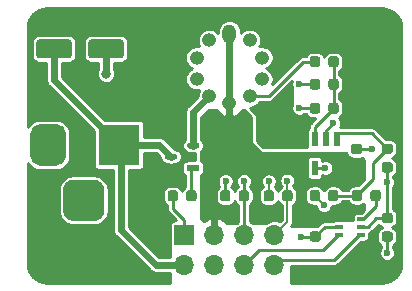
<source format=gbr>
%TF.GenerationSoftware,KiCad,Pcbnew,(5.1.6)-1*%
%TF.CreationDate,2021-01-16T21:26:58+01:00*%
%TF.ProjectId,hardware-smart-gaz-detector-extension-board,68617264-7761-4726-952d-736d6172742d,rev?*%
%TF.SameCoordinates,Original*%
%TF.FileFunction,Copper,L1,Top*%
%TF.FilePolarity,Positive*%
%FSLAX46Y46*%
G04 Gerber Fmt 4.6, Leading zero omitted, Abs format (unit mm)*
G04 Created by KiCad (PCBNEW (5.1.6)-1) date 2021-01-16 21:26:58*
%MOMM*%
%LPD*%
G01*
G04 APERTURE LIST*
%TA.AperFunction,ComponentPad*%
%ADD10R,1.700000X1.700000*%
%TD*%
%TA.AperFunction,ComponentPad*%
%ADD11O,1.700000X1.700000*%
%TD*%
%TA.AperFunction,ComponentPad*%
%ADD12R,3.500000X3.500000*%
%TD*%
%TA.AperFunction,SMDPad,CuDef*%
%ADD13R,1.074609X0.537986*%
%TD*%
%TA.AperFunction,ComponentPad*%
%ADD14O,1.200000X1.600000*%
%TD*%
%TA.AperFunction,ComponentPad*%
%ADD15O,1.200000X1.200000*%
%TD*%
%TA.AperFunction,SMDPad,CuDef*%
%ADD16R,0.549999X1.300000*%
%TD*%
%TA.AperFunction,SMDPad,CuDef*%
%ADD17R,0.650000X0.400000*%
%TD*%
%TA.AperFunction,ViaPad*%
%ADD18C,0.600000*%
%TD*%
%TA.AperFunction,ViaPad*%
%ADD19C,0.800000*%
%TD*%
%TA.AperFunction,Conductor*%
%ADD20C,0.250000*%
%TD*%
%TA.AperFunction,Conductor*%
%ADD21C,0.600000*%
%TD*%
%TA.AperFunction,Conductor*%
%ADD22C,0.500000*%
%TD*%
%TA.AperFunction,Conductor*%
%ADD23C,0.200000*%
%TD*%
%TA.AperFunction,Conductor*%
%ADD24C,0.150000*%
%TD*%
%TA.AperFunction,Conductor*%
%ADD25C,0.254000*%
%TD*%
%TA.AperFunction,NonConductor*%
%ADD26C,0.250000*%
%TD*%
G04 APERTURE END LIST*
%TO.P,R2,2*%
%TO.N,Net-(Q1-Pad1)*%
%TA.AperFunction,SMDPad,CuDef*%
G36*
G01*
X63850000Y-66550250D02*
X63850000Y-66037750D01*
G75*
G02*
X64068750Y-65819000I218750J0D01*
G01*
X64506250Y-65819000D01*
G75*
G02*
X64725000Y-66037750I0J-218750D01*
G01*
X64725000Y-66550250D01*
G75*
G02*
X64506250Y-66769000I-218750J0D01*
G01*
X64068750Y-66769000D01*
G75*
G02*
X63850000Y-66550250I0J218750D01*
G01*
G37*
%TD.AperFunction*%
%TO.P,R2,1*%
%TO.N,PWM_PolySi*%
%TA.AperFunction,SMDPad,CuDef*%
G36*
G01*
X62275000Y-66550250D02*
X62275000Y-66037750D01*
G75*
G02*
X62493750Y-65819000I218750J0D01*
G01*
X62931250Y-65819000D01*
G75*
G02*
X63150000Y-66037750I0J-218750D01*
G01*
X63150000Y-66550250D01*
G75*
G02*
X62931250Y-66769000I-218750J0D01*
G01*
X62493750Y-66769000D01*
G75*
G02*
X62275000Y-66550250I0J218750D01*
G01*
G37*
%TD.AperFunction*%
%TD*%
%TO.P,C2,2*%
%TO.N,+3V3*%
%TA.AperFunction,SMDPad,CuDef*%
G36*
G01*
X75033850Y-68611100D02*
X74521350Y-68611100D01*
G75*
G02*
X74302600Y-68392350I0J218750D01*
G01*
X74302600Y-67954850D01*
G75*
G02*
X74521350Y-67736100I218750J0D01*
G01*
X75033850Y-67736100D01*
G75*
G02*
X75252600Y-67954850I0J-218750D01*
G01*
X75252600Y-68392350D01*
G75*
G02*
X75033850Y-68611100I-218750J0D01*
G01*
G37*
%TD.AperFunction*%
%TO.P,C2,1*%
%TO.N,GND*%
%TA.AperFunction,SMDPad,CuDef*%
G36*
G01*
X75033850Y-70186100D02*
X74521350Y-70186100D01*
G75*
G02*
X74302600Y-69967350I0J218750D01*
G01*
X74302600Y-69529850D01*
G75*
G02*
X74521350Y-69311100I218750J0D01*
G01*
X75033850Y-69311100D01*
G75*
G02*
X75252600Y-69529850I0J-218750D01*
G01*
X75252600Y-69967350D01*
G75*
G02*
X75033850Y-70186100I-218750J0D01*
G01*
G37*
%TD.AperFunction*%
%TD*%
%TO.P,C1,2*%
%TO.N,GND*%
%TA.AperFunction,SMDPad,CuDef*%
G36*
G01*
X75189600Y-58620950D02*
X75189600Y-59133450D01*
G75*
G02*
X74970850Y-59352200I-218750J0D01*
G01*
X74533350Y-59352200D01*
G75*
G02*
X74314600Y-59133450I0J218750D01*
G01*
X74314600Y-58620950D01*
G75*
G02*
X74533350Y-58402200I218750J0D01*
G01*
X74970850Y-58402200D01*
G75*
G02*
X75189600Y-58620950I0J-218750D01*
G01*
G37*
%TD.AperFunction*%
%TO.P,C1,1*%
%TO.N,Net-(C1-Pad1)*%
%TA.AperFunction,SMDPad,CuDef*%
G36*
G01*
X76764600Y-58620950D02*
X76764600Y-59133450D01*
G75*
G02*
X76545850Y-59352200I-218750J0D01*
G01*
X76108350Y-59352200D01*
G75*
G02*
X75889600Y-59133450I0J218750D01*
G01*
X75889600Y-58620950D01*
G75*
G02*
X76108350Y-58402200I218750J0D01*
G01*
X76545850Y-58402200D01*
G75*
G02*
X76764600Y-58620950I0J-218750D01*
G01*
G37*
%TD.AperFunction*%
%TD*%
%TO.P,C3,1*%
%TO.N,+12V*%
%TA.AperFunction,SMDPad,CuDef*%
G36*
G01*
X51164000Y-54398000D02*
X51164000Y-53298000D01*
G75*
G02*
X51414000Y-53048000I250000J0D01*
G01*
X53914000Y-53048000D01*
G75*
G02*
X54164000Y-53298000I0J-250000D01*
G01*
X54164000Y-54398000D01*
G75*
G02*
X53914000Y-54648000I-250000J0D01*
G01*
X51414000Y-54648000D01*
G75*
G02*
X51164000Y-54398000I0J250000D01*
G01*
G37*
%TD.AperFunction*%
%TO.P,C3,2*%
%TO.N,GND*%
%TA.AperFunction,SMDPad,CuDef*%
G36*
G01*
X55564000Y-54398000D02*
X55564000Y-53298000D01*
G75*
G02*
X55814000Y-53048000I250000J0D01*
G01*
X58314000Y-53048000D01*
G75*
G02*
X58564000Y-53298000I0J-250000D01*
G01*
X58564000Y-54398000D01*
G75*
G02*
X58314000Y-54648000I-250000J0D01*
G01*
X55814000Y-54648000D01*
G75*
G02*
X55564000Y-54398000I0J250000D01*
G01*
G37*
%TD.AperFunction*%
%TD*%
%TO.P,C4,1*%
%TO.N,GND*%
%TA.AperFunction,SMDPad,CuDef*%
G36*
G01*
X70403000Y-66550250D02*
X70403000Y-66037750D01*
G75*
G02*
X70621750Y-65819000I218750J0D01*
G01*
X71059250Y-65819000D01*
G75*
G02*
X71278000Y-66037750I0J-218750D01*
G01*
X71278000Y-66550250D01*
G75*
G02*
X71059250Y-66769000I-218750J0D01*
G01*
X70621750Y-66769000D01*
G75*
G02*
X70403000Y-66550250I0J218750D01*
G01*
G37*
%TD.AperFunction*%
%TO.P,C4,2*%
%TO.N,ADC0_Gaz*%
%TA.AperFunction,SMDPad,CuDef*%
G36*
G01*
X71978000Y-66550250D02*
X71978000Y-66037750D01*
G75*
G02*
X72196750Y-65819000I218750J0D01*
G01*
X72634250Y-65819000D01*
G75*
G02*
X72853000Y-66037750I0J-218750D01*
G01*
X72853000Y-66550250D01*
G75*
G02*
X72634250Y-66769000I-218750J0D01*
G01*
X72196750Y-66769000D01*
G75*
G02*
X71978000Y-66550250I0J218750D01*
G01*
G37*
%TD.AperFunction*%
%TD*%
%TO.P,C5,1*%
%TO.N,GND*%
%TA.AperFunction,SMDPad,CuDef*%
G36*
G01*
X78001150Y-61894000D02*
X78513650Y-61894000D01*
G75*
G02*
X78732400Y-62112750I0J-218750D01*
G01*
X78732400Y-62550250D01*
G75*
G02*
X78513650Y-62769000I-218750J0D01*
G01*
X78001150Y-62769000D01*
G75*
G02*
X77782400Y-62550250I0J218750D01*
G01*
X77782400Y-62112750D01*
G75*
G02*
X78001150Y-61894000I218750J0D01*
G01*
G37*
%TD.AperFunction*%
%TO.P,C5,2*%
%TO.N,+3V3*%
%TA.AperFunction,SMDPad,CuDef*%
G36*
G01*
X78001150Y-63469000D02*
X78513650Y-63469000D01*
G75*
G02*
X78732400Y-63687750I0J-218750D01*
G01*
X78732400Y-64125250D01*
G75*
G02*
X78513650Y-64344000I-218750J0D01*
G01*
X78001150Y-64344000D01*
G75*
G02*
X77782400Y-64125250I0J218750D01*
G01*
X77782400Y-63687750D01*
G75*
G02*
X78001150Y-63469000I218750J0D01*
G01*
G37*
%TD.AperFunction*%
%TD*%
%TO.P,C6,1*%
%TO.N,aop_-*%
%TA.AperFunction,SMDPad,CuDef*%
G36*
G01*
X81129850Y-64318600D02*
X80617350Y-64318600D01*
G75*
G02*
X80398600Y-64099850I0J218750D01*
G01*
X80398600Y-63662350D01*
G75*
G02*
X80617350Y-63443600I218750J0D01*
G01*
X81129850Y-63443600D01*
G75*
G02*
X81348600Y-63662350I0J-218750D01*
G01*
X81348600Y-64099850D01*
G75*
G02*
X81129850Y-64318600I-218750J0D01*
G01*
G37*
%TD.AperFunction*%
%TO.P,C6,2*%
%TO.N,aop_out*%
%TA.AperFunction,SMDPad,CuDef*%
G36*
G01*
X81129850Y-62743600D02*
X80617350Y-62743600D01*
G75*
G02*
X80398600Y-62524850I0J218750D01*
G01*
X80398600Y-62087350D01*
G75*
G02*
X80617350Y-61868600I218750J0D01*
G01*
X81129850Y-61868600D01*
G75*
G02*
X81348600Y-62087350I0J-218750D01*
G01*
X81348600Y-62524850D01*
G75*
G02*
X81129850Y-62743600I-218750J0D01*
G01*
G37*
%TD.AperFunction*%
%TD*%
D10*
%TO.P,J1,1*%
%TO.N,PWM_PolySi*%
X63700000Y-69596000D03*
D11*
%TO.P,J1,2*%
%TO.N,+12V*%
X63700000Y-72136000D03*
%TO.P,J1,3*%
%TO.N,+3V3*%
X66240000Y-69596000D03*
%TO.P,J1,4*%
%TO.N,GND*%
X66240000Y-72136000D03*
%TO.P,J1,5*%
%TO.N,ADC1_Temperature*%
X68780000Y-69596000D03*
%TO.P,J1,6*%
%TO.N,I2C_SCL*%
X68780000Y-72136000D03*
%TO.P,J1,7*%
%TO.N,ADC0_Gaz*%
X71320000Y-69596000D03*
%TO.P,J1,8*%
%TO.N,I2C_SDA*%
X71320000Y-72136000D03*
%TD*%
D12*
%TO.P,J2,1*%
%TO.N,+12V*%
X58166000Y-61976000D03*
%TO.P,J2,2*%
%TO.N,GND*%
%TA.AperFunction,ComponentPad*%
G36*
G01*
X50666000Y-62976000D02*
X50666000Y-60976000D01*
G75*
G02*
X51416000Y-60226000I750000J0D01*
G01*
X52916000Y-60226000D01*
G75*
G02*
X53666000Y-60976000I0J-750000D01*
G01*
X53666000Y-62976000D01*
G75*
G02*
X52916000Y-63726000I-750000J0D01*
G01*
X51416000Y-63726000D01*
G75*
G02*
X50666000Y-62976000I0J750000D01*
G01*
G37*
%TD.AperFunction*%
%TO.P,J2,3*%
%TO.N,N/C*%
%TA.AperFunction,ComponentPad*%
G36*
G01*
X53416000Y-67551000D02*
X53416000Y-65801000D01*
G75*
G02*
X54291000Y-64926000I875000J0D01*
G01*
X56041000Y-64926000D01*
G75*
G02*
X56916000Y-65801000I0J-875000D01*
G01*
X56916000Y-67551000D01*
G75*
G02*
X56041000Y-68426000I-875000J0D01*
G01*
X54291000Y-68426000D01*
G75*
G02*
X53416000Y-67551000I0J875000D01*
G01*
G37*
%TD.AperFunction*%
%TD*%
%TO.P,Q1,3*%
%TO.N,+12V*%
%TA.AperFunction,SMDPad,CuDef*%
G36*
G01*
X63102303Y-62992000D02*
X63102303Y-62992000D01*
G75*
G02*
X62833310Y-63260993I-268993J0D01*
G01*
X62296688Y-63260993D01*
G75*
G02*
X62027695Y-62992000I0J268993D01*
G01*
X62027695Y-62992000D01*
G75*
G02*
X62296688Y-62723007I268993J0D01*
G01*
X62833310Y-62723007D01*
G75*
G02*
X63102303Y-62992000I0J-268993D01*
G01*
G37*
%TD.AperFunction*%
%TO.P,Q1,2*%
%TO.N,Net-(Q1-Pad2)*%
%TA.AperFunction,SMDPad,CuDef*%
G36*
G01*
X64972304Y-62042000D02*
X64972304Y-62042000D01*
G75*
G02*
X64703311Y-62310993I-268993J0D01*
G01*
X64166689Y-62310993D01*
G75*
G02*
X63897696Y-62042000I0J268993D01*
G01*
X63897696Y-62042000D01*
G75*
G02*
X64166689Y-61773007I268993J0D01*
G01*
X64703311Y-61773007D01*
G75*
G02*
X64972304Y-62042000I0J-268993D01*
G01*
G37*
%TD.AperFunction*%
D13*
%TO.P,Q1,1*%
%TO.N,Net-(Q1-Pad1)*%
X64435000Y-63942000D03*
%TD*%
%TO.P,R1,1*%
%TO.N,GND*%
%TA.AperFunction,SMDPad,CuDef*%
G36*
G01*
X66720000Y-66550250D02*
X66720000Y-66037750D01*
G75*
G02*
X66938750Y-65819000I218750J0D01*
G01*
X67376250Y-65819000D01*
G75*
G02*
X67595000Y-66037750I0J-218750D01*
G01*
X67595000Y-66550250D01*
G75*
G02*
X67376250Y-66769000I-218750J0D01*
G01*
X66938750Y-66769000D01*
G75*
G02*
X66720000Y-66550250I0J218750D01*
G01*
G37*
%TD.AperFunction*%
%TO.P,R1,2*%
%TO.N,ADC1_Temperature*%
%TA.AperFunction,SMDPad,CuDef*%
G36*
G01*
X68295000Y-66550250D02*
X68295000Y-66037750D01*
G75*
G02*
X68513750Y-65819000I218750J0D01*
G01*
X68951250Y-65819000D01*
G75*
G02*
X69170000Y-66037750I0J-218750D01*
G01*
X69170000Y-66550250D01*
G75*
G02*
X68951250Y-66769000I-218750J0D01*
G01*
X68513750Y-66769000D01*
G75*
G02*
X68295000Y-66550250I0J218750D01*
G01*
G37*
%TD.AperFunction*%
%TD*%
%TO.P,R3,1*%
%TO.N,Net-(C1-Pad1)*%
%TA.AperFunction,SMDPad,CuDef*%
G36*
G01*
X76764600Y-54683950D02*
X76764600Y-55196450D01*
G75*
G02*
X76545850Y-55415200I-218750J0D01*
G01*
X76108350Y-55415200D01*
G75*
G02*
X75889600Y-55196450I0J218750D01*
G01*
X75889600Y-54683950D01*
G75*
G02*
X76108350Y-54465200I218750J0D01*
G01*
X76545850Y-54465200D01*
G75*
G02*
X76764600Y-54683950I0J-218750D01*
G01*
G37*
%TD.AperFunction*%
%TO.P,R3,2*%
%TO.N,u_gaz*%
%TA.AperFunction,SMDPad,CuDef*%
G36*
G01*
X75189600Y-54683950D02*
X75189600Y-55196450D01*
G75*
G02*
X74970850Y-55415200I-218750J0D01*
G01*
X74533350Y-55415200D01*
G75*
G02*
X74314600Y-55196450I0J218750D01*
G01*
X74314600Y-54683950D01*
G75*
G02*
X74533350Y-54465200I218750J0D01*
G01*
X74970850Y-54465200D01*
G75*
G02*
X75189600Y-54683950I0J-218750D01*
G01*
G37*
%TD.AperFunction*%
%TD*%
%TO.P,R4,1*%
%TO.N,GND*%
%TA.AperFunction,SMDPad,CuDef*%
G36*
G01*
X74314600Y-57101450D02*
X74314600Y-56588950D01*
G75*
G02*
X74533350Y-56370200I218750J0D01*
G01*
X74970850Y-56370200D01*
G75*
G02*
X75189600Y-56588950I0J-218750D01*
G01*
X75189600Y-57101450D01*
G75*
G02*
X74970850Y-57320200I-218750J0D01*
G01*
X74533350Y-57320200D01*
G75*
G02*
X74314600Y-57101450I0J218750D01*
G01*
G37*
%TD.AperFunction*%
%TO.P,R4,2*%
%TO.N,Net-(C1-Pad1)*%
%TA.AperFunction,SMDPad,CuDef*%
G36*
G01*
X75889600Y-57101450D02*
X75889600Y-56588950D01*
G75*
G02*
X76108350Y-56370200I218750J0D01*
G01*
X76545850Y-56370200D01*
G75*
G02*
X76764600Y-56588950I0J-218750D01*
G01*
X76764600Y-57101450D01*
G75*
G02*
X76545850Y-57320200I-218750J0D01*
G01*
X76108350Y-57320200D01*
G75*
G02*
X75889600Y-57101450I0J218750D01*
G01*
G37*
%TD.AperFunction*%
%TD*%
%TO.P,R5,2*%
%TO.N,ADC0_Gaz*%
%TA.AperFunction,SMDPad,CuDef*%
G36*
G01*
X75164100Y-66012350D02*
X75164100Y-66524850D01*
G75*
G02*
X74945350Y-66743600I-218750J0D01*
G01*
X74507850Y-66743600D01*
G75*
G02*
X74289100Y-66524850I0J218750D01*
G01*
X74289100Y-66012350D01*
G75*
G02*
X74507850Y-65793600I218750J0D01*
G01*
X74945350Y-65793600D01*
G75*
G02*
X75164100Y-66012350I0J-218750D01*
G01*
G37*
%TD.AperFunction*%
%TO.P,R5,1*%
%TO.N,aop_out*%
%TA.AperFunction,SMDPad,CuDef*%
G36*
G01*
X76739100Y-66012350D02*
X76739100Y-66524850D01*
G75*
G02*
X76520350Y-66743600I-218750J0D01*
G01*
X76082850Y-66743600D01*
G75*
G02*
X75864100Y-66524850I0J218750D01*
G01*
X75864100Y-66012350D01*
G75*
G02*
X76082850Y-65793600I218750J0D01*
G01*
X76520350Y-65793600D01*
G75*
G02*
X76739100Y-66012350I0J-218750D01*
G01*
G37*
%TD.AperFunction*%
%TD*%
%TO.P,R6,2*%
%TO.N,Net-(R6-Pad2)*%
%TA.AperFunction,SMDPad,CuDef*%
G36*
G01*
X79445600Y-66524850D02*
X79445600Y-66012350D01*
G75*
G02*
X79664350Y-65793600I218750J0D01*
G01*
X80101850Y-65793600D01*
G75*
G02*
X80320600Y-66012350I0J-218750D01*
G01*
X80320600Y-66524850D01*
G75*
G02*
X80101850Y-66743600I-218750J0D01*
G01*
X79664350Y-66743600D01*
G75*
G02*
X79445600Y-66524850I0J218750D01*
G01*
G37*
%TD.AperFunction*%
%TO.P,R6,1*%
%TO.N,aop_out*%
%TA.AperFunction,SMDPad,CuDef*%
G36*
G01*
X77870600Y-66524850D02*
X77870600Y-66012350D01*
G75*
G02*
X78089350Y-65793600I218750J0D01*
G01*
X78526850Y-65793600D01*
G75*
G02*
X78745600Y-66012350I0J-218750D01*
G01*
X78745600Y-66524850D01*
G75*
G02*
X78526850Y-66743600I-218750J0D01*
G01*
X78089350Y-66743600D01*
G75*
G02*
X77870600Y-66524850I0J218750D01*
G01*
G37*
%TD.AperFunction*%
%TD*%
%TO.P,R7,1*%
%TO.N,GND*%
%TA.AperFunction,SMDPad,CuDef*%
G36*
G01*
X81129850Y-70186100D02*
X80617350Y-70186100D01*
G75*
G02*
X80398600Y-69967350I0J218750D01*
G01*
X80398600Y-69529850D01*
G75*
G02*
X80617350Y-69311100I218750J0D01*
G01*
X81129850Y-69311100D01*
G75*
G02*
X81348600Y-69529850I0J-218750D01*
G01*
X81348600Y-69967350D01*
G75*
G02*
X81129850Y-70186100I-218750J0D01*
G01*
G37*
%TD.AperFunction*%
%TO.P,R7,2*%
%TO.N,aop_-*%
%TA.AperFunction,SMDPad,CuDef*%
G36*
G01*
X81129850Y-68611100D02*
X80617350Y-68611100D01*
G75*
G02*
X80398600Y-68392350I0J218750D01*
G01*
X80398600Y-67954850D01*
G75*
G02*
X80617350Y-67736100I218750J0D01*
G01*
X81129850Y-67736100D01*
G75*
G02*
X81348600Y-67954850I0J-218750D01*
G01*
X81348600Y-68392350D01*
G75*
G02*
X81129850Y-68611100I-218750J0D01*
G01*
G37*
%TD.AperFunction*%
%TD*%
D14*
%TO.P,U1,1*%
%TO.N,+3V3*%
X67500000Y-52578000D03*
D15*
%TO.P,U1,2*%
%TO.N,Net-(U1-Pad2)*%
X65783667Y-53135670D03*
%TO.P,U1,3*%
%TO.N,Net-(U1-Pad3)*%
X64722915Y-54595670D03*
%TO.P,U1,4*%
%TO.N,ADC1_Temperature*%
X64722915Y-56400330D03*
%TO.P,U1,5*%
%TO.N,Net-(Q1-Pad2)*%
X65783667Y-57860330D03*
%TO.P,U1,6*%
%TO.N,+3V3*%
X67500000Y-58418000D03*
%TO.P,U1,7*%
%TO.N,u_gaz*%
X69216333Y-57860330D03*
%TO.P,U1,8*%
%TO.N,GND*%
X70277085Y-56400330D03*
%TO.P,U1,9*%
X70277085Y-54595670D03*
%TO.P,U1,10*%
X69216333Y-53135670D03*
%TD*%
D16*
%TO.P,U2,5*%
%TO.N,+3V3*%
X76616601Y-63912600D03*
%TO.P,U2,4*%
%TO.N,aop_-*%
X74716602Y-63912600D03*
%TO.P,U2,3*%
%TO.N,Net-(C1-Pad1)*%
X74716602Y-61512600D03*
%TO.P,U2,2*%
%TO.N,GND*%
X75666601Y-61512600D03*
%TO.P,U2,1*%
%TO.N,aop_out*%
X76616601Y-61512600D03*
%TD*%
D17*
%TO.P,U3,1*%
%TO.N,+3V3*%
X76748600Y-68285600D03*
%TO.P,U3,3*%
%TO.N,I2C_SCL*%
X76748600Y-69585600D03*
%TO.P,U3,5*%
%TO.N,aop_-*%
X78648600Y-68935600D03*
%TO.P,U3,2*%
%TO.N,GND*%
X76748600Y-68935600D03*
%TO.P,U3,4*%
%TO.N,I2C_SDA*%
X78648600Y-69585600D03*
%TO.P,U3,6*%
%TO.N,Net-(R6-Pad2)*%
X78648600Y-68285600D03*
%TD*%
D18*
%TO.N,GND*%
X67183006Y-65037810D03*
X80873600Y-71145400D03*
X73431400Y-56845200D03*
X73431400Y-58851800D03*
X76301600Y-60147200D03*
X79552800Y-62306200D03*
D19*
X57073800Y-55956200D03*
D18*
X70840491Y-65059509D03*
X73600000Y-69799992D03*
%TO.N,ADC0_Gaz*%
X75500000Y-67100000D03*
X72400000Y-65000002D03*
%TO.N,aop_-*%
X75641200Y-63931800D03*
X80873600Y-65151000D03*
%TO.N,ADC1_Temperature*%
X68732500Y-65037898D03*
%TD*%
D20*
%TO.N,GND*%
X74777600Y-69748600D02*
X74777600Y-69723000D01*
X75565000Y-68935600D02*
X76748600Y-68935600D01*
X74777600Y-69723000D02*
X75565000Y-68935600D01*
X67157500Y-65063316D02*
X67183006Y-65037810D01*
X67157500Y-66294000D02*
X67157500Y-65063316D01*
X80873600Y-69748600D02*
X80873600Y-71145400D01*
X74752100Y-56845200D02*
X73431400Y-56845200D01*
X74752100Y-58877200D02*
X73456800Y-58877200D01*
X73456800Y-58877200D02*
X73431400Y-58851800D01*
X75666601Y-61512600D02*
X75666601Y-60782199D01*
X75666601Y-60782199D02*
X76301600Y-60147200D01*
X78257400Y-62331500D02*
X79527500Y-62331500D01*
X79527500Y-62331500D02*
X79552800Y-62306200D01*
D21*
X57064000Y-53848000D02*
X57064000Y-55946400D01*
D22*
X57064000Y-55946400D02*
X57073800Y-55956200D01*
D23*
X70840500Y-65059518D02*
X70840491Y-65059509D01*
X70840500Y-66294000D02*
X70840500Y-65059518D01*
D20*
X73651392Y-69748600D02*
X73600000Y-69799992D01*
X74777600Y-69748600D02*
X73651392Y-69748600D01*
%TO.N,Net-(C1-Pad1)*%
X76327100Y-54940200D02*
X76327100Y-56845200D01*
X76327100Y-56845200D02*
X76327100Y-58877200D01*
X76131600Y-58877200D02*
X76327100Y-58877200D01*
X74716602Y-61512600D02*
X74716602Y-60952598D01*
X76327100Y-58877200D02*
X76327000Y-58877200D01*
X74716602Y-60487598D02*
X74716602Y-61512600D01*
X76327000Y-58877200D02*
X74716602Y-60487598D01*
%TO.N,+3V3*%
X78403700Y-63912600D02*
X78409800Y-63906500D01*
D21*
X67500000Y-52578000D02*
X67500000Y-58418000D01*
X66240000Y-69596000D02*
X65946000Y-69596000D01*
X67500000Y-58418000D02*
X67500000Y-59300000D01*
X66240000Y-69596000D02*
X66240000Y-68240000D01*
%TO.N,+12V*%
X61548999Y-61976000D02*
X62564999Y-62992000D01*
X58166000Y-61976000D02*
X61548999Y-61976000D01*
X61264800Y-72136000D02*
X63700000Y-72136000D01*
X58318400Y-62128400D02*
X58318400Y-69189600D01*
X58166000Y-61976000D02*
X58318400Y-62128400D01*
X58318400Y-69189600D02*
X61264800Y-72136000D01*
X52664000Y-56474000D02*
X58166000Y-61976000D01*
X52664000Y-53848000D02*
X52664000Y-56474000D01*
D23*
%TO.N,ADC0_Gaz*%
X72440900Y-66268600D02*
X72415500Y-66294000D01*
X72415500Y-68500500D02*
X71320000Y-69596000D01*
X72415500Y-66294000D02*
X72415500Y-68500500D01*
D24*
X74726600Y-66268600D02*
X74726600Y-66326600D01*
X74726600Y-66326600D02*
X75500000Y-67100000D01*
X72400000Y-66278500D02*
X72415500Y-66294000D01*
X72400000Y-65000002D02*
X72400000Y-66278500D01*
D20*
%TO.N,aop_-*%
X80873600Y-63881100D02*
X80873600Y-68173600D01*
X80848200Y-68199000D02*
X80873600Y-68173600D01*
X79960200Y-68199000D02*
X80848200Y-68199000D01*
X78648600Y-68935600D02*
X79223600Y-68935600D01*
X79223600Y-68935600D02*
X79960200Y-68199000D01*
X74716602Y-63912600D02*
X75622000Y-63912600D01*
X75622000Y-63912600D02*
X75641200Y-63931800D01*
%TO.N,aop_out*%
X76616601Y-61512600D02*
X76616601Y-61127599D01*
X76616601Y-61512600D02*
X76616601Y-61152999D01*
X76616601Y-61152999D02*
X76784200Y-60985400D01*
X79552900Y-60985400D02*
X80873600Y-62306100D01*
X76784200Y-60985400D02*
X79552900Y-60985400D01*
X78308100Y-66268600D02*
X78308100Y-66192500D01*
X78308100Y-66192500D02*
X79629000Y-64871600D01*
X79629000Y-63550700D02*
X80873600Y-62306100D01*
X79629000Y-64871600D02*
X79629000Y-63550700D01*
X76301600Y-66268600D02*
X78308100Y-66268600D01*
%TO.N,I2C_SCL*%
X75438000Y-70866000D02*
X70050000Y-70866000D01*
X70050000Y-70866000D02*
X68780000Y-72136000D01*
X76748600Y-69585600D02*
X76718400Y-69585600D01*
X76718400Y-69585600D02*
X75438000Y-70866000D01*
%TO.N,I2C_SDA*%
X71726400Y-71729600D02*
X71320000Y-72136000D01*
X78648600Y-69585600D02*
X78521800Y-69585600D01*
X76377800Y-71729600D02*
X71726400Y-71729600D01*
X78521800Y-69585600D02*
X76377800Y-71729600D01*
%TO.N,PWM_PolySi*%
X63700000Y-69596000D02*
X63700000Y-68373600D01*
X62712500Y-67386100D02*
X62712500Y-66294000D01*
X63700000Y-68373600D02*
X62712500Y-67386100D01*
%TO.N,ADC1_Temperature*%
X68732500Y-69548500D02*
X68780000Y-69596000D01*
X68732500Y-66294000D02*
X68732500Y-69548500D01*
X68732500Y-66294000D02*
X68732500Y-65037898D01*
D21*
%TO.N,Net-(Q1-Pad2)*%
X64435000Y-59208997D02*
X65783667Y-57860330D01*
X64435000Y-62042000D02*
X64435000Y-59208997D01*
D20*
%TO.N,Net-(Q1-Pad1)*%
X64287500Y-64089500D02*
X64435000Y-63942000D01*
X64287500Y-66294000D02*
X64287500Y-64089500D01*
%TO.N,u_gaz*%
X74676770Y-55015530D02*
X74752100Y-54940200D01*
X69216333Y-57860330D02*
X70841470Y-57860330D01*
X73761600Y-54940200D02*
X74752100Y-54940200D01*
X70841470Y-57860330D02*
X73761600Y-54940200D01*
%TO.N,Net-(R6-Pad2)*%
X79883100Y-67182900D02*
X79883100Y-66268600D01*
X78648600Y-68285600D02*
X78780400Y-68285600D01*
X78780400Y-68285600D02*
X79883100Y-67182900D01*
%TD*%
D25*
%TO.N,+3V3*%
G36*
X66547758Y-59204434D02*
G01*
X66719481Y-59375096D01*
X66921199Y-59508977D01*
X67137838Y-59598705D01*
X67327000Y-59480255D01*
X67327000Y-59027000D01*
X67673000Y-59027000D01*
X67673000Y-59480255D01*
X67862162Y-59598705D01*
X68078801Y-59508977D01*
X68280519Y-59375096D01*
X68452242Y-59204434D01*
X68571597Y-59027000D01*
X68747394Y-59027000D01*
X69373000Y-59652606D01*
X69373000Y-61800000D01*
X69375440Y-61824776D01*
X69382667Y-61848601D01*
X69394403Y-61870557D01*
X69410197Y-61889803D01*
X70110197Y-62589803D01*
X70129443Y-62605597D01*
X70151399Y-62617333D01*
X70175224Y-62624560D01*
X70200000Y-62627000D01*
X77411135Y-62627000D01*
X77415058Y-62666831D01*
X77449064Y-62778932D01*
X77504285Y-62882244D01*
X77578601Y-62972799D01*
X77669156Y-63047115D01*
X77772468Y-63102336D01*
X77884569Y-63136342D01*
X78001150Y-63147824D01*
X78513650Y-63147824D01*
X78630231Y-63136342D01*
X78727292Y-63106898D01*
X78873000Y-63252606D01*
X78873000Y-64917664D01*
X78375889Y-65414776D01*
X78089350Y-65414776D01*
X77972769Y-65426258D01*
X77860668Y-65460264D01*
X77757356Y-65515485D01*
X77666801Y-65589801D01*
X77592485Y-65680356D01*
X77546387Y-65766600D01*
X77063313Y-65766600D01*
X77017215Y-65680356D01*
X76942899Y-65589801D01*
X76852344Y-65515485D01*
X76749032Y-65460264D01*
X76636931Y-65426258D01*
X76520350Y-65414776D01*
X76082850Y-65414776D01*
X75966269Y-65426258D01*
X75854168Y-65460264D01*
X75750856Y-65515485D01*
X75660301Y-65589801D01*
X75585985Y-65680356D01*
X75530764Y-65783668D01*
X75514100Y-65838601D01*
X75497436Y-65783668D01*
X75442215Y-65680356D01*
X75367899Y-65589801D01*
X75277344Y-65515485D01*
X75174032Y-65460264D01*
X75061931Y-65426258D01*
X74945350Y-65414776D01*
X74507850Y-65414776D01*
X74391269Y-65426258D01*
X74279168Y-65460264D01*
X74175856Y-65515485D01*
X74085301Y-65589801D01*
X74010985Y-65680356D01*
X73955764Y-65783668D01*
X73921758Y-65895769D01*
X73910276Y-66012350D01*
X73910276Y-66524850D01*
X73921758Y-66641431D01*
X73955764Y-66753532D01*
X74010985Y-66856844D01*
X74085301Y-66947399D01*
X74175856Y-67021715D01*
X74279168Y-67076936D01*
X74391269Y-67110942D01*
X74507850Y-67122424D01*
X74823000Y-67122424D01*
X74823000Y-67166679D01*
X74849016Y-67297474D01*
X74900050Y-67420680D01*
X74974140Y-67531563D01*
X75068437Y-67625860D01*
X75179320Y-67699950D01*
X75302526Y-67750984D01*
X75433321Y-67777000D01*
X75566679Y-67777000D01*
X75697474Y-67750984D01*
X75820680Y-67699950D01*
X75931563Y-67625860D01*
X76025860Y-67531563D01*
X76099950Y-67420680D01*
X76150984Y-67297474D01*
X76177000Y-67166679D01*
X76177000Y-67122424D01*
X76520350Y-67122424D01*
X76636931Y-67110942D01*
X76749032Y-67076936D01*
X76852344Y-67021715D01*
X76942899Y-66947399D01*
X77017215Y-66856844D01*
X77063313Y-66770600D01*
X77546387Y-66770600D01*
X77592485Y-66856844D01*
X77666801Y-66947399D01*
X77757356Y-67021715D01*
X77860668Y-67076936D01*
X77972769Y-67110942D01*
X78089350Y-67122424D01*
X78526850Y-67122424D01*
X78643431Y-67110942D01*
X78755532Y-67076936D01*
X78858844Y-67021715D01*
X78873000Y-67010098D01*
X78873000Y-67483066D01*
X78649290Y-67706776D01*
X78323600Y-67706776D01*
X78249695Y-67714055D01*
X78178630Y-67735612D01*
X78113137Y-67770619D01*
X78055731Y-67817731D01*
X78008619Y-67875137D01*
X77973612Y-67940630D01*
X77952055Y-68011695D01*
X77944776Y-68085600D01*
X77944776Y-68373000D01*
X77176993Y-68373000D01*
X77147505Y-68364055D01*
X77073600Y-68356776D01*
X76423600Y-68356776D01*
X76349695Y-68364055D01*
X76278630Y-68385612D01*
X76213137Y-68420619D01*
X76197320Y-68433600D01*
X75589643Y-68433600D01*
X75565000Y-68431173D01*
X75540357Y-68433600D01*
X75540347Y-68433600D01*
X75466591Y-68440864D01*
X75371964Y-68469569D01*
X75355946Y-68478131D01*
X75284754Y-68516183D01*
X75227464Y-68563200D01*
X75227456Y-68563208D01*
X75208316Y-68578916D01*
X75192607Y-68598057D01*
X74917665Y-68873000D01*
X72717580Y-68873000D01*
X72736229Y-68854351D01*
X72754421Y-68839421D01*
X72814029Y-68766789D01*
X72858322Y-68683923D01*
X72885597Y-68594008D01*
X72892500Y-68523923D01*
X72892500Y-68523915D01*
X72894806Y-68500500D01*
X72892500Y-68477085D01*
X72892500Y-67086532D01*
X72966244Y-67047115D01*
X73056799Y-66972799D01*
X73131115Y-66882244D01*
X73186336Y-66778932D01*
X73220342Y-66666831D01*
X73231824Y-66550250D01*
X73231824Y-66037750D01*
X73220342Y-65921169D01*
X73186336Y-65809068D01*
X73131115Y-65705756D01*
X73056799Y-65615201D01*
X72966244Y-65540885D01*
X72868686Y-65488739D01*
X72925860Y-65431565D01*
X72999950Y-65320682D01*
X73050984Y-65197476D01*
X73077000Y-65066681D01*
X73077000Y-64933323D01*
X73050984Y-64802528D01*
X72999950Y-64679322D01*
X72925860Y-64568439D01*
X72831563Y-64474142D01*
X72720680Y-64400052D01*
X72597474Y-64349018D01*
X72466679Y-64323002D01*
X72333321Y-64323002D01*
X72202526Y-64349018D01*
X72079320Y-64400052D01*
X71968437Y-64474142D01*
X71874140Y-64568439D01*
X71800050Y-64679322D01*
X71749016Y-64802528D01*
X71723000Y-64933323D01*
X71723000Y-65066681D01*
X71749016Y-65197476D01*
X71800050Y-65320682D01*
X71874140Y-65431565D01*
X71942112Y-65499537D01*
X71864756Y-65540885D01*
X71774201Y-65615201D01*
X71699885Y-65705756D01*
X71644664Y-65809068D01*
X71628000Y-65864001D01*
X71611336Y-65809068D01*
X71556115Y-65705756D01*
X71481799Y-65615201D01*
X71391244Y-65540885D01*
X71342560Y-65514863D01*
X71366351Y-65491072D01*
X71440441Y-65380189D01*
X71491475Y-65256983D01*
X71517491Y-65126188D01*
X71517491Y-64992830D01*
X71491475Y-64862035D01*
X71440441Y-64738829D01*
X71366351Y-64627946D01*
X71272054Y-64533649D01*
X71161171Y-64459559D01*
X71037965Y-64408525D01*
X70907170Y-64382509D01*
X70773812Y-64382509D01*
X70643017Y-64408525D01*
X70519811Y-64459559D01*
X70408928Y-64533649D01*
X70314631Y-64627946D01*
X70240541Y-64738829D01*
X70189507Y-64862035D01*
X70163491Y-64992830D01*
X70163491Y-65126188D01*
X70189507Y-65256983D01*
X70240541Y-65380189D01*
X70314631Y-65491072D01*
X70338428Y-65514869D01*
X70289756Y-65540885D01*
X70199201Y-65615201D01*
X70124885Y-65705756D01*
X70069664Y-65809068D01*
X70035658Y-65921169D01*
X70024176Y-66037750D01*
X70024176Y-66550250D01*
X70035658Y-66666831D01*
X70069664Y-66778932D01*
X70124885Y-66882244D01*
X70199201Y-66972799D01*
X70289756Y-67047115D01*
X70393068Y-67102336D01*
X70505169Y-67136342D01*
X70621750Y-67147824D01*
X71059250Y-67147824D01*
X71175831Y-67136342D01*
X71287932Y-67102336D01*
X71391244Y-67047115D01*
X71481799Y-66972799D01*
X71556115Y-66882244D01*
X71611336Y-66778932D01*
X71628000Y-66723999D01*
X71644664Y-66778932D01*
X71699885Y-66882244D01*
X71774201Y-66972799D01*
X71864756Y-67047115D01*
X71938500Y-67086532D01*
X71938501Y-68302919D01*
X71782105Y-68459315D01*
X71677903Y-68416153D01*
X71440849Y-68369000D01*
X71199151Y-68369000D01*
X70962097Y-68416153D01*
X70738798Y-68508647D01*
X70603156Y-68599280D01*
X69475753Y-68585187D01*
X69361202Y-68508647D01*
X69234500Y-68456165D01*
X69234500Y-67073169D01*
X69283244Y-67047115D01*
X69373799Y-66972799D01*
X69448115Y-66882244D01*
X69503336Y-66778932D01*
X69537342Y-66666831D01*
X69548824Y-66550250D01*
X69548824Y-66037750D01*
X69537342Y-65921169D01*
X69503336Y-65809068D01*
X69448115Y-65705756D01*
X69373799Y-65615201D01*
X69283244Y-65540885D01*
X69234500Y-65514831D01*
X69234500Y-65493321D01*
X69258360Y-65469461D01*
X69332450Y-65358578D01*
X69383484Y-65235372D01*
X69409500Y-65104577D01*
X69409500Y-64971219D01*
X69383484Y-64840424D01*
X69332450Y-64717218D01*
X69258360Y-64606335D01*
X69164063Y-64512038D01*
X69053180Y-64437948D01*
X68929974Y-64386914D01*
X68799179Y-64360898D01*
X68665821Y-64360898D01*
X68535026Y-64386914D01*
X68411820Y-64437948D01*
X68300937Y-64512038D01*
X68206640Y-64606335D01*
X68132550Y-64717218D01*
X68081516Y-64840424D01*
X68055500Y-64971219D01*
X68055500Y-65104577D01*
X68081516Y-65235372D01*
X68132550Y-65358578D01*
X68206640Y-65469461D01*
X68230501Y-65493322D01*
X68230501Y-65514831D01*
X68181756Y-65540885D01*
X68091201Y-65615201D01*
X68016885Y-65705756D01*
X67961664Y-65809068D01*
X67945000Y-65864001D01*
X67928336Y-65809068D01*
X67873115Y-65705756D01*
X67798799Y-65615201D01*
X67708244Y-65540885D01*
X67662047Y-65516192D01*
X67708866Y-65469373D01*
X67782956Y-65358490D01*
X67833990Y-65235284D01*
X67860006Y-65104489D01*
X67860006Y-64971131D01*
X67833990Y-64840336D01*
X67782956Y-64717130D01*
X67708866Y-64606247D01*
X67614569Y-64511950D01*
X67503686Y-64437860D01*
X67380480Y-64386826D01*
X67249685Y-64360810D01*
X67116327Y-64360810D01*
X66985532Y-64386826D01*
X66862326Y-64437860D01*
X66751443Y-64511950D01*
X66657146Y-64606247D01*
X66583056Y-64717130D01*
X66532022Y-64840336D01*
X66506006Y-64971131D01*
X66506006Y-65104489D01*
X66532022Y-65235284D01*
X66583056Y-65358490D01*
X66655501Y-65466911D01*
X66655501Y-65514831D01*
X66606756Y-65540885D01*
X66516201Y-65615201D01*
X66441885Y-65705756D01*
X66386664Y-65809068D01*
X66352658Y-65921169D01*
X66341176Y-66037750D01*
X66341176Y-66550250D01*
X66352658Y-66666831D01*
X66386664Y-66778932D01*
X66441885Y-66882244D01*
X66516201Y-66972799D01*
X66606756Y-67047115D01*
X66710068Y-67102336D01*
X66822169Y-67136342D01*
X66938750Y-67147824D01*
X67376250Y-67147824D01*
X67492831Y-67136342D01*
X67604932Y-67102336D01*
X67708244Y-67047115D01*
X67798799Y-66972799D01*
X67873115Y-66882244D01*
X67928336Y-66778932D01*
X67945000Y-66723999D01*
X67961664Y-66778932D01*
X68016885Y-66882244D01*
X68091201Y-66972799D01*
X68181756Y-67047115D01*
X68230500Y-67073169D01*
X68230501Y-68495515D01*
X68198798Y-68508647D01*
X68109801Y-68568113D01*
X67292053Y-68557891D01*
X67205616Y-68467803D01*
X66966962Y-68301099D01*
X66700371Y-68184157D01*
X66641593Y-68166333D01*
X66413000Y-68281082D01*
X66413000Y-68546903D01*
X66067000Y-68542578D01*
X66067000Y-68281082D01*
X65838407Y-68166333D01*
X65779629Y-68184157D01*
X65513038Y-68301099D01*
X65317377Y-68437771D01*
X65127000Y-68247394D01*
X65127000Y-64555782D01*
X65182767Y-64525974D01*
X65240173Y-64478862D01*
X65287285Y-64421456D01*
X65322292Y-64355963D01*
X65343849Y-64284898D01*
X65351128Y-64210993D01*
X65351128Y-63673007D01*
X65343849Y-63599102D01*
X65322292Y-63528037D01*
X65287285Y-63462544D01*
X65240173Y-63405138D01*
X65182767Y-63358026D01*
X65127000Y-63328218D01*
X65127000Y-63262600D01*
X74062779Y-63262600D01*
X74062779Y-64562600D01*
X74070058Y-64636505D01*
X74091615Y-64707570D01*
X74126622Y-64773063D01*
X74173734Y-64830469D01*
X74231140Y-64877581D01*
X74296633Y-64912588D01*
X74367698Y-64934145D01*
X74441603Y-64941424D01*
X74991601Y-64941424D01*
X75065506Y-64934145D01*
X75136571Y-64912588D01*
X75202064Y-64877581D01*
X75259470Y-64830469D01*
X75306582Y-64773063D01*
X75341589Y-64707570D01*
X75363146Y-64636505D01*
X75370425Y-64562600D01*
X75370425Y-64552421D01*
X75443726Y-64582784D01*
X75574521Y-64608800D01*
X75707879Y-64608800D01*
X75838674Y-64582784D01*
X75961880Y-64531750D01*
X76072763Y-64457660D01*
X76167060Y-64363363D01*
X76241150Y-64252480D01*
X76292184Y-64129274D01*
X76318200Y-63998479D01*
X76318200Y-63865121D01*
X76292184Y-63734326D01*
X76241150Y-63611120D01*
X76167060Y-63500237D01*
X76072763Y-63405940D01*
X75961880Y-63331850D01*
X75838674Y-63280816D01*
X75707879Y-63254800D01*
X75574521Y-63254800D01*
X75443726Y-63280816D01*
X75370425Y-63311179D01*
X75370425Y-63262600D01*
X75363146Y-63188695D01*
X75341589Y-63117630D01*
X75306582Y-63052137D01*
X75259470Y-62994731D01*
X75202064Y-62947619D01*
X75136571Y-62912612D01*
X75065506Y-62891055D01*
X74991601Y-62883776D01*
X74441603Y-62883776D01*
X74367698Y-62891055D01*
X74296633Y-62912612D01*
X74231140Y-62947619D01*
X74173734Y-62994731D01*
X74126622Y-63052137D01*
X74091615Y-63117630D01*
X74070058Y-63188695D01*
X74062779Y-63262600D01*
X65127000Y-63262600D01*
X65127000Y-62528298D01*
X65161387Y-62500077D01*
X65241951Y-62401909D01*
X65301816Y-62289910D01*
X65338680Y-62168384D01*
X65351128Y-62042001D01*
X65351128Y-62041999D01*
X65338680Y-61915616D01*
X65301816Y-61794090D01*
X65241951Y-61682091D01*
X65161387Y-61583923D01*
X65127000Y-61555702D01*
X65127000Y-59652606D01*
X65752606Y-59027000D01*
X66428403Y-59027000D01*
X66547758Y-59204434D01*
G37*
X66547758Y-59204434D02*
X66719481Y-59375096D01*
X66921199Y-59508977D01*
X67137838Y-59598705D01*
X67327000Y-59480255D01*
X67327000Y-59027000D01*
X67673000Y-59027000D01*
X67673000Y-59480255D01*
X67862162Y-59598705D01*
X68078801Y-59508977D01*
X68280519Y-59375096D01*
X68452242Y-59204434D01*
X68571597Y-59027000D01*
X68747394Y-59027000D01*
X69373000Y-59652606D01*
X69373000Y-61800000D01*
X69375440Y-61824776D01*
X69382667Y-61848601D01*
X69394403Y-61870557D01*
X69410197Y-61889803D01*
X70110197Y-62589803D01*
X70129443Y-62605597D01*
X70151399Y-62617333D01*
X70175224Y-62624560D01*
X70200000Y-62627000D01*
X77411135Y-62627000D01*
X77415058Y-62666831D01*
X77449064Y-62778932D01*
X77504285Y-62882244D01*
X77578601Y-62972799D01*
X77669156Y-63047115D01*
X77772468Y-63102336D01*
X77884569Y-63136342D01*
X78001150Y-63147824D01*
X78513650Y-63147824D01*
X78630231Y-63136342D01*
X78727292Y-63106898D01*
X78873000Y-63252606D01*
X78873000Y-64917664D01*
X78375889Y-65414776D01*
X78089350Y-65414776D01*
X77972769Y-65426258D01*
X77860668Y-65460264D01*
X77757356Y-65515485D01*
X77666801Y-65589801D01*
X77592485Y-65680356D01*
X77546387Y-65766600D01*
X77063313Y-65766600D01*
X77017215Y-65680356D01*
X76942899Y-65589801D01*
X76852344Y-65515485D01*
X76749032Y-65460264D01*
X76636931Y-65426258D01*
X76520350Y-65414776D01*
X76082850Y-65414776D01*
X75966269Y-65426258D01*
X75854168Y-65460264D01*
X75750856Y-65515485D01*
X75660301Y-65589801D01*
X75585985Y-65680356D01*
X75530764Y-65783668D01*
X75514100Y-65838601D01*
X75497436Y-65783668D01*
X75442215Y-65680356D01*
X75367899Y-65589801D01*
X75277344Y-65515485D01*
X75174032Y-65460264D01*
X75061931Y-65426258D01*
X74945350Y-65414776D01*
X74507850Y-65414776D01*
X74391269Y-65426258D01*
X74279168Y-65460264D01*
X74175856Y-65515485D01*
X74085301Y-65589801D01*
X74010985Y-65680356D01*
X73955764Y-65783668D01*
X73921758Y-65895769D01*
X73910276Y-66012350D01*
X73910276Y-66524850D01*
X73921758Y-66641431D01*
X73955764Y-66753532D01*
X74010985Y-66856844D01*
X74085301Y-66947399D01*
X74175856Y-67021715D01*
X74279168Y-67076936D01*
X74391269Y-67110942D01*
X74507850Y-67122424D01*
X74823000Y-67122424D01*
X74823000Y-67166679D01*
X74849016Y-67297474D01*
X74900050Y-67420680D01*
X74974140Y-67531563D01*
X75068437Y-67625860D01*
X75179320Y-67699950D01*
X75302526Y-67750984D01*
X75433321Y-67777000D01*
X75566679Y-67777000D01*
X75697474Y-67750984D01*
X75820680Y-67699950D01*
X75931563Y-67625860D01*
X76025860Y-67531563D01*
X76099950Y-67420680D01*
X76150984Y-67297474D01*
X76177000Y-67166679D01*
X76177000Y-67122424D01*
X76520350Y-67122424D01*
X76636931Y-67110942D01*
X76749032Y-67076936D01*
X76852344Y-67021715D01*
X76942899Y-66947399D01*
X77017215Y-66856844D01*
X77063313Y-66770600D01*
X77546387Y-66770600D01*
X77592485Y-66856844D01*
X77666801Y-66947399D01*
X77757356Y-67021715D01*
X77860668Y-67076936D01*
X77972769Y-67110942D01*
X78089350Y-67122424D01*
X78526850Y-67122424D01*
X78643431Y-67110942D01*
X78755532Y-67076936D01*
X78858844Y-67021715D01*
X78873000Y-67010098D01*
X78873000Y-67483066D01*
X78649290Y-67706776D01*
X78323600Y-67706776D01*
X78249695Y-67714055D01*
X78178630Y-67735612D01*
X78113137Y-67770619D01*
X78055731Y-67817731D01*
X78008619Y-67875137D01*
X77973612Y-67940630D01*
X77952055Y-68011695D01*
X77944776Y-68085600D01*
X77944776Y-68373000D01*
X77176993Y-68373000D01*
X77147505Y-68364055D01*
X77073600Y-68356776D01*
X76423600Y-68356776D01*
X76349695Y-68364055D01*
X76278630Y-68385612D01*
X76213137Y-68420619D01*
X76197320Y-68433600D01*
X75589643Y-68433600D01*
X75565000Y-68431173D01*
X75540357Y-68433600D01*
X75540347Y-68433600D01*
X75466591Y-68440864D01*
X75371964Y-68469569D01*
X75355946Y-68478131D01*
X75284754Y-68516183D01*
X75227464Y-68563200D01*
X75227456Y-68563208D01*
X75208316Y-68578916D01*
X75192607Y-68598057D01*
X74917665Y-68873000D01*
X72717580Y-68873000D01*
X72736229Y-68854351D01*
X72754421Y-68839421D01*
X72814029Y-68766789D01*
X72858322Y-68683923D01*
X72885597Y-68594008D01*
X72892500Y-68523923D01*
X72892500Y-68523915D01*
X72894806Y-68500500D01*
X72892500Y-68477085D01*
X72892500Y-67086532D01*
X72966244Y-67047115D01*
X73056799Y-66972799D01*
X73131115Y-66882244D01*
X73186336Y-66778932D01*
X73220342Y-66666831D01*
X73231824Y-66550250D01*
X73231824Y-66037750D01*
X73220342Y-65921169D01*
X73186336Y-65809068D01*
X73131115Y-65705756D01*
X73056799Y-65615201D01*
X72966244Y-65540885D01*
X72868686Y-65488739D01*
X72925860Y-65431565D01*
X72999950Y-65320682D01*
X73050984Y-65197476D01*
X73077000Y-65066681D01*
X73077000Y-64933323D01*
X73050984Y-64802528D01*
X72999950Y-64679322D01*
X72925860Y-64568439D01*
X72831563Y-64474142D01*
X72720680Y-64400052D01*
X72597474Y-64349018D01*
X72466679Y-64323002D01*
X72333321Y-64323002D01*
X72202526Y-64349018D01*
X72079320Y-64400052D01*
X71968437Y-64474142D01*
X71874140Y-64568439D01*
X71800050Y-64679322D01*
X71749016Y-64802528D01*
X71723000Y-64933323D01*
X71723000Y-65066681D01*
X71749016Y-65197476D01*
X71800050Y-65320682D01*
X71874140Y-65431565D01*
X71942112Y-65499537D01*
X71864756Y-65540885D01*
X71774201Y-65615201D01*
X71699885Y-65705756D01*
X71644664Y-65809068D01*
X71628000Y-65864001D01*
X71611336Y-65809068D01*
X71556115Y-65705756D01*
X71481799Y-65615201D01*
X71391244Y-65540885D01*
X71342560Y-65514863D01*
X71366351Y-65491072D01*
X71440441Y-65380189D01*
X71491475Y-65256983D01*
X71517491Y-65126188D01*
X71517491Y-64992830D01*
X71491475Y-64862035D01*
X71440441Y-64738829D01*
X71366351Y-64627946D01*
X71272054Y-64533649D01*
X71161171Y-64459559D01*
X71037965Y-64408525D01*
X70907170Y-64382509D01*
X70773812Y-64382509D01*
X70643017Y-64408525D01*
X70519811Y-64459559D01*
X70408928Y-64533649D01*
X70314631Y-64627946D01*
X70240541Y-64738829D01*
X70189507Y-64862035D01*
X70163491Y-64992830D01*
X70163491Y-65126188D01*
X70189507Y-65256983D01*
X70240541Y-65380189D01*
X70314631Y-65491072D01*
X70338428Y-65514869D01*
X70289756Y-65540885D01*
X70199201Y-65615201D01*
X70124885Y-65705756D01*
X70069664Y-65809068D01*
X70035658Y-65921169D01*
X70024176Y-66037750D01*
X70024176Y-66550250D01*
X70035658Y-66666831D01*
X70069664Y-66778932D01*
X70124885Y-66882244D01*
X70199201Y-66972799D01*
X70289756Y-67047115D01*
X70393068Y-67102336D01*
X70505169Y-67136342D01*
X70621750Y-67147824D01*
X71059250Y-67147824D01*
X71175831Y-67136342D01*
X71287932Y-67102336D01*
X71391244Y-67047115D01*
X71481799Y-66972799D01*
X71556115Y-66882244D01*
X71611336Y-66778932D01*
X71628000Y-66723999D01*
X71644664Y-66778932D01*
X71699885Y-66882244D01*
X71774201Y-66972799D01*
X71864756Y-67047115D01*
X71938500Y-67086532D01*
X71938501Y-68302919D01*
X71782105Y-68459315D01*
X71677903Y-68416153D01*
X71440849Y-68369000D01*
X71199151Y-68369000D01*
X70962097Y-68416153D01*
X70738798Y-68508647D01*
X70603156Y-68599280D01*
X69475753Y-68585187D01*
X69361202Y-68508647D01*
X69234500Y-68456165D01*
X69234500Y-67073169D01*
X69283244Y-67047115D01*
X69373799Y-66972799D01*
X69448115Y-66882244D01*
X69503336Y-66778932D01*
X69537342Y-66666831D01*
X69548824Y-66550250D01*
X69548824Y-66037750D01*
X69537342Y-65921169D01*
X69503336Y-65809068D01*
X69448115Y-65705756D01*
X69373799Y-65615201D01*
X69283244Y-65540885D01*
X69234500Y-65514831D01*
X69234500Y-65493321D01*
X69258360Y-65469461D01*
X69332450Y-65358578D01*
X69383484Y-65235372D01*
X69409500Y-65104577D01*
X69409500Y-64971219D01*
X69383484Y-64840424D01*
X69332450Y-64717218D01*
X69258360Y-64606335D01*
X69164063Y-64512038D01*
X69053180Y-64437948D01*
X68929974Y-64386914D01*
X68799179Y-64360898D01*
X68665821Y-64360898D01*
X68535026Y-64386914D01*
X68411820Y-64437948D01*
X68300937Y-64512038D01*
X68206640Y-64606335D01*
X68132550Y-64717218D01*
X68081516Y-64840424D01*
X68055500Y-64971219D01*
X68055500Y-65104577D01*
X68081516Y-65235372D01*
X68132550Y-65358578D01*
X68206640Y-65469461D01*
X68230501Y-65493322D01*
X68230501Y-65514831D01*
X68181756Y-65540885D01*
X68091201Y-65615201D01*
X68016885Y-65705756D01*
X67961664Y-65809068D01*
X67945000Y-65864001D01*
X67928336Y-65809068D01*
X67873115Y-65705756D01*
X67798799Y-65615201D01*
X67708244Y-65540885D01*
X67662047Y-65516192D01*
X67708866Y-65469373D01*
X67782956Y-65358490D01*
X67833990Y-65235284D01*
X67860006Y-65104489D01*
X67860006Y-64971131D01*
X67833990Y-64840336D01*
X67782956Y-64717130D01*
X67708866Y-64606247D01*
X67614569Y-64511950D01*
X67503686Y-64437860D01*
X67380480Y-64386826D01*
X67249685Y-64360810D01*
X67116327Y-64360810D01*
X66985532Y-64386826D01*
X66862326Y-64437860D01*
X66751443Y-64511950D01*
X66657146Y-64606247D01*
X66583056Y-64717130D01*
X66532022Y-64840336D01*
X66506006Y-64971131D01*
X66506006Y-65104489D01*
X66532022Y-65235284D01*
X66583056Y-65358490D01*
X66655501Y-65466911D01*
X66655501Y-65514831D01*
X66606756Y-65540885D01*
X66516201Y-65615201D01*
X66441885Y-65705756D01*
X66386664Y-65809068D01*
X66352658Y-65921169D01*
X66341176Y-66037750D01*
X66341176Y-66550250D01*
X66352658Y-66666831D01*
X66386664Y-66778932D01*
X66441885Y-66882244D01*
X66516201Y-66972799D01*
X66606756Y-67047115D01*
X66710068Y-67102336D01*
X66822169Y-67136342D01*
X66938750Y-67147824D01*
X67376250Y-67147824D01*
X67492831Y-67136342D01*
X67604932Y-67102336D01*
X67708244Y-67047115D01*
X67798799Y-66972799D01*
X67873115Y-66882244D01*
X67928336Y-66778932D01*
X67945000Y-66723999D01*
X67961664Y-66778932D01*
X68016885Y-66882244D01*
X68091201Y-66972799D01*
X68181756Y-67047115D01*
X68230500Y-67073169D01*
X68230501Y-68495515D01*
X68198798Y-68508647D01*
X68109801Y-68568113D01*
X67292053Y-68557891D01*
X67205616Y-68467803D01*
X66966962Y-68301099D01*
X66700371Y-68184157D01*
X66641593Y-68166333D01*
X66413000Y-68281082D01*
X66413000Y-68546903D01*
X66067000Y-68542578D01*
X66067000Y-68281082D01*
X65838407Y-68166333D01*
X65779629Y-68184157D01*
X65513038Y-68301099D01*
X65317377Y-68437771D01*
X65127000Y-68247394D01*
X65127000Y-64555782D01*
X65182767Y-64525974D01*
X65240173Y-64478862D01*
X65287285Y-64421456D01*
X65322292Y-64355963D01*
X65343849Y-64284898D01*
X65351128Y-64210993D01*
X65351128Y-63673007D01*
X65343849Y-63599102D01*
X65322292Y-63528037D01*
X65287285Y-63462544D01*
X65240173Y-63405138D01*
X65182767Y-63358026D01*
X65127000Y-63328218D01*
X65127000Y-63262600D01*
X74062779Y-63262600D01*
X74062779Y-64562600D01*
X74070058Y-64636505D01*
X74091615Y-64707570D01*
X74126622Y-64773063D01*
X74173734Y-64830469D01*
X74231140Y-64877581D01*
X74296633Y-64912588D01*
X74367698Y-64934145D01*
X74441603Y-64941424D01*
X74991601Y-64941424D01*
X75065506Y-64934145D01*
X75136571Y-64912588D01*
X75202064Y-64877581D01*
X75259470Y-64830469D01*
X75306582Y-64773063D01*
X75341589Y-64707570D01*
X75363146Y-64636505D01*
X75370425Y-64562600D01*
X75370425Y-64552421D01*
X75443726Y-64582784D01*
X75574521Y-64608800D01*
X75707879Y-64608800D01*
X75838674Y-64582784D01*
X75961880Y-64531750D01*
X76072763Y-64457660D01*
X76167060Y-64363363D01*
X76241150Y-64252480D01*
X76292184Y-64129274D01*
X76318200Y-63998479D01*
X76318200Y-63865121D01*
X76292184Y-63734326D01*
X76241150Y-63611120D01*
X76167060Y-63500237D01*
X76072763Y-63405940D01*
X75961880Y-63331850D01*
X75838674Y-63280816D01*
X75707879Y-63254800D01*
X75574521Y-63254800D01*
X75443726Y-63280816D01*
X75370425Y-63311179D01*
X75370425Y-63262600D01*
X75363146Y-63188695D01*
X75341589Y-63117630D01*
X75306582Y-63052137D01*
X75259470Y-62994731D01*
X75202064Y-62947619D01*
X75136571Y-62912612D01*
X75065506Y-62891055D01*
X74991601Y-62883776D01*
X74441603Y-62883776D01*
X74367698Y-62891055D01*
X74296633Y-62912612D01*
X74231140Y-62947619D01*
X74173734Y-62994731D01*
X74126622Y-63052137D01*
X74091615Y-63117630D01*
X74070058Y-63188695D01*
X74062779Y-63262600D01*
X65127000Y-63262600D01*
X65127000Y-62528298D01*
X65161387Y-62500077D01*
X65241951Y-62401909D01*
X65301816Y-62289910D01*
X65338680Y-62168384D01*
X65351128Y-62042001D01*
X65351128Y-62041999D01*
X65338680Y-61915616D01*
X65301816Y-61794090D01*
X65241951Y-61682091D01*
X65161387Y-61583923D01*
X65127000Y-61555702D01*
X65127000Y-59652606D01*
X65752606Y-59027000D01*
X66428403Y-59027000D01*
X66547758Y-59204434D01*
D26*
G36*
X80765525Y-50456996D02*
G01*
X81059413Y-50545726D01*
X81330462Y-50689846D01*
X81568361Y-50883872D01*
X81764045Y-51120412D01*
X81910056Y-51390455D01*
X82000834Y-51683709D01*
X82035000Y-52008779D01*
X82035001Y-72043200D01*
X82003004Y-72369525D01*
X81914276Y-72663410D01*
X81770153Y-72934465D01*
X81576129Y-73172361D01*
X81339588Y-73368045D01*
X81069545Y-73514056D01*
X80776291Y-73604834D01*
X80451221Y-73639000D01*
X72725000Y-73639000D01*
X72725000Y-72229600D01*
X76353240Y-72229600D01*
X76377800Y-72232019D01*
X76402360Y-72229600D01*
X76424423Y-72227427D01*
X76475817Y-72222365D01*
X76570067Y-72193775D01*
X76656929Y-72147346D01*
X76733064Y-72084864D01*
X76748729Y-72065776D01*
X78652093Y-70162414D01*
X78973600Y-70162414D01*
X79047113Y-70155174D01*
X79117800Y-70133731D01*
X79182947Y-70098909D01*
X79240048Y-70052048D01*
X79286909Y-69994947D01*
X79321731Y-69929800D01*
X79343174Y-69859113D01*
X79350414Y-69785600D01*
X79350414Y-69419630D01*
X79415867Y-69399775D01*
X79502729Y-69353346D01*
X79578864Y-69290864D01*
X79594529Y-69271776D01*
X80131587Y-68734719D01*
X80196223Y-68813477D01*
X80286472Y-68887543D01*
X80389438Y-68942579D01*
X80450493Y-68961100D01*
X80389438Y-68979621D01*
X80286472Y-69034657D01*
X80196223Y-69108723D01*
X80122157Y-69198972D01*
X80067121Y-69301938D01*
X80033230Y-69413661D01*
X80021786Y-69529850D01*
X80021786Y-69967350D01*
X80033230Y-70083539D01*
X80067121Y-70195262D01*
X80122157Y-70298228D01*
X80196223Y-70388477D01*
X80286472Y-70462543D01*
X80373601Y-70509114D01*
X80373601Y-70690805D01*
X80349293Y-70715113D01*
X80275423Y-70825668D01*
X80224540Y-70948510D01*
X80198600Y-71078918D01*
X80198600Y-71211882D01*
X80224540Y-71342290D01*
X80275423Y-71465132D01*
X80349293Y-71575687D01*
X80443313Y-71669707D01*
X80553868Y-71743577D01*
X80676710Y-71794460D01*
X80807118Y-71820400D01*
X80940082Y-71820400D01*
X81070490Y-71794460D01*
X81193332Y-71743577D01*
X81303887Y-71669707D01*
X81397907Y-71575687D01*
X81471777Y-71465132D01*
X81522660Y-71342290D01*
X81548600Y-71211882D01*
X81548600Y-71078918D01*
X81522660Y-70948510D01*
X81471777Y-70825668D01*
X81397907Y-70715113D01*
X81373600Y-70690806D01*
X81373600Y-70509113D01*
X81460728Y-70462543D01*
X81550977Y-70388477D01*
X81625043Y-70298228D01*
X81680079Y-70195262D01*
X81713970Y-70083539D01*
X81725414Y-69967350D01*
X81725414Y-69529850D01*
X81713970Y-69413661D01*
X81680079Y-69301938D01*
X81625043Y-69198972D01*
X81550977Y-69108723D01*
X81460728Y-69034657D01*
X81357762Y-68979621D01*
X81296707Y-68961100D01*
X81357762Y-68942579D01*
X81460728Y-68887543D01*
X81550977Y-68813477D01*
X81625043Y-68723228D01*
X81680079Y-68620262D01*
X81713970Y-68508539D01*
X81725414Y-68392350D01*
X81725414Y-67954850D01*
X81713970Y-67838661D01*
X81680079Y-67726938D01*
X81625043Y-67623972D01*
X81550977Y-67533723D01*
X81460728Y-67459657D01*
X81373600Y-67413087D01*
X81373600Y-65605594D01*
X81397907Y-65581287D01*
X81471777Y-65470732D01*
X81522660Y-65347890D01*
X81548600Y-65217482D01*
X81548600Y-65084518D01*
X81522660Y-64954110D01*
X81471777Y-64831268D01*
X81397907Y-64720713D01*
X81373600Y-64696406D01*
X81373600Y-64641613D01*
X81460728Y-64595043D01*
X81550977Y-64520977D01*
X81625043Y-64430728D01*
X81680079Y-64327762D01*
X81713970Y-64216039D01*
X81725414Y-64099850D01*
X81725414Y-63662350D01*
X81713970Y-63546161D01*
X81680079Y-63434438D01*
X81625043Y-63331472D01*
X81550977Y-63241223D01*
X81460728Y-63167157D01*
X81357762Y-63112121D01*
X81296707Y-63093600D01*
X81357762Y-63075079D01*
X81460728Y-63020043D01*
X81550977Y-62945977D01*
X81625043Y-62855728D01*
X81680079Y-62752762D01*
X81713970Y-62641039D01*
X81725414Y-62524850D01*
X81725414Y-62087350D01*
X81713970Y-61971161D01*
X81680079Y-61859438D01*
X81625043Y-61756472D01*
X81550977Y-61666223D01*
X81460728Y-61592157D01*
X81357762Y-61537121D01*
X81246039Y-61503230D01*
X81129850Y-61491786D01*
X80766392Y-61491786D01*
X79923829Y-60649224D01*
X79908164Y-60630136D01*
X79832029Y-60567654D01*
X79745167Y-60521225D01*
X79650917Y-60492635D01*
X79577460Y-60485400D01*
X79552900Y-60482981D01*
X79528340Y-60485400D01*
X76887437Y-60485400D01*
X76899777Y-60466932D01*
X76950660Y-60344090D01*
X76976600Y-60213682D01*
X76976600Y-60080718D01*
X76950660Y-59950310D01*
X76899777Y-59827468D01*
X76825907Y-59716913D01*
X76786086Y-59677092D01*
X76876728Y-59628643D01*
X76966977Y-59554577D01*
X77041043Y-59464328D01*
X77096079Y-59361362D01*
X77129970Y-59249639D01*
X77141414Y-59133450D01*
X77141414Y-58620950D01*
X77129970Y-58504761D01*
X77096079Y-58393038D01*
X77041043Y-58290072D01*
X76966977Y-58199823D01*
X76876728Y-58125757D01*
X76827100Y-58099231D01*
X76827100Y-57623169D01*
X76876728Y-57596643D01*
X76966977Y-57522577D01*
X77041043Y-57432328D01*
X77096079Y-57329362D01*
X77129970Y-57217639D01*
X77141414Y-57101450D01*
X77141414Y-56588950D01*
X77129970Y-56472761D01*
X77096079Y-56361038D01*
X77041043Y-56258072D01*
X76966977Y-56167823D01*
X76876728Y-56093757D01*
X76827100Y-56067231D01*
X76827100Y-55718169D01*
X76876728Y-55691643D01*
X76966977Y-55617577D01*
X77041043Y-55527328D01*
X77096079Y-55424362D01*
X77129970Y-55312639D01*
X77141414Y-55196450D01*
X77141414Y-54683950D01*
X77129970Y-54567761D01*
X77096079Y-54456038D01*
X77041043Y-54353072D01*
X76966977Y-54262823D01*
X76876728Y-54188757D01*
X76773762Y-54133721D01*
X76662039Y-54099830D01*
X76545850Y-54088386D01*
X76108350Y-54088386D01*
X75992161Y-54099830D01*
X75880438Y-54133721D01*
X75777472Y-54188757D01*
X75687223Y-54262823D01*
X75613157Y-54353072D01*
X75558121Y-54456038D01*
X75539600Y-54517093D01*
X75521079Y-54456038D01*
X75466043Y-54353072D01*
X75391977Y-54262823D01*
X75301728Y-54188757D01*
X75198762Y-54133721D01*
X75087039Y-54099830D01*
X74970850Y-54088386D01*
X74533350Y-54088386D01*
X74417161Y-54099830D01*
X74305438Y-54133721D01*
X74202472Y-54188757D01*
X74112223Y-54262823D01*
X74038157Y-54353072D01*
X73991587Y-54440200D01*
X73786149Y-54440200D01*
X73761599Y-54437782D01*
X73737049Y-54440200D01*
X73737040Y-54440200D01*
X73663583Y-54447435D01*
X73569333Y-54476025D01*
X73482471Y-54522454D01*
X73406336Y-54584936D01*
X73390680Y-54604013D01*
X71147193Y-56847501D01*
X71214617Y-56684727D01*
X71252085Y-56496359D01*
X71252085Y-56304301D01*
X71214617Y-56115933D01*
X71141119Y-55938494D01*
X71034417Y-55778803D01*
X70898612Y-55642998D01*
X70738921Y-55536296D01*
X70646467Y-55498000D01*
X70738921Y-55459704D01*
X70898612Y-55353002D01*
X71034417Y-55217197D01*
X71141119Y-55057506D01*
X71214617Y-54880067D01*
X71252085Y-54691699D01*
X71252085Y-54499641D01*
X71214617Y-54311273D01*
X71141119Y-54133834D01*
X71034417Y-53974143D01*
X70898612Y-53838338D01*
X70738921Y-53731636D01*
X70561482Y-53658138D01*
X70373114Y-53620670D01*
X70181056Y-53620670D01*
X70047084Y-53647318D01*
X70080367Y-53597506D01*
X70153865Y-53420067D01*
X70191333Y-53231699D01*
X70191333Y-53039641D01*
X70153865Y-52851273D01*
X70080367Y-52673834D01*
X69973665Y-52514143D01*
X69837860Y-52378338D01*
X69678169Y-52271636D01*
X69500730Y-52198138D01*
X69312362Y-52160670D01*
X69120304Y-52160670D01*
X68931936Y-52198138D01*
X68754497Y-52271636D01*
X68594806Y-52378338D01*
X68475000Y-52498144D01*
X68475000Y-52330109D01*
X68460892Y-52186868D01*
X68405140Y-52003079D01*
X68314605Y-51833698D01*
X68192765Y-51685235D01*
X68044302Y-51563395D01*
X67874921Y-51472860D01*
X67691133Y-51417108D01*
X67500000Y-51398283D01*
X67308868Y-51417108D01*
X67125080Y-51472860D01*
X66955699Y-51563395D01*
X66807236Y-51685235D01*
X66685395Y-51833698D01*
X66594860Y-52003079D01*
X66539108Y-52186867D01*
X66525000Y-52330108D01*
X66525000Y-52498144D01*
X66405194Y-52378338D01*
X66245503Y-52271636D01*
X66068064Y-52198138D01*
X65879696Y-52160670D01*
X65687638Y-52160670D01*
X65499270Y-52198138D01*
X65321831Y-52271636D01*
X65162140Y-52378338D01*
X65026335Y-52514143D01*
X64919633Y-52673834D01*
X64846135Y-52851273D01*
X64808667Y-53039641D01*
X64808667Y-53231699D01*
X64846135Y-53420067D01*
X64919633Y-53597506D01*
X64952916Y-53647318D01*
X64818944Y-53620670D01*
X64626886Y-53620670D01*
X64438518Y-53658138D01*
X64261079Y-53731636D01*
X64101388Y-53838338D01*
X63965583Y-53974143D01*
X63858881Y-54133834D01*
X63785383Y-54311273D01*
X63747915Y-54499641D01*
X63747915Y-54691699D01*
X63785383Y-54880067D01*
X63858881Y-55057506D01*
X63965583Y-55217197D01*
X64101388Y-55353002D01*
X64261079Y-55459704D01*
X64353533Y-55498000D01*
X64261079Y-55536296D01*
X64101388Y-55642998D01*
X63965583Y-55778803D01*
X63858881Y-55938494D01*
X63785383Y-56115933D01*
X63747915Y-56304301D01*
X63747915Y-56496359D01*
X63785383Y-56684727D01*
X63858881Y-56862166D01*
X63965583Y-57021857D01*
X64101388Y-57157662D01*
X64261079Y-57264364D01*
X64438518Y-57337862D01*
X64626886Y-57375330D01*
X64818944Y-57375330D01*
X64952916Y-57348682D01*
X64919633Y-57398494D01*
X64846135Y-57575933D01*
X64808667Y-57764301D01*
X64808667Y-57880736D01*
X63981143Y-58708260D01*
X63955395Y-58729391D01*
X63934264Y-58755139D01*
X63934256Y-58755147D01*
X63871043Y-58832173D01*
X63808365Y-58949436D01*
X63769767Y-59076674D01*
X63756735Y-59208997D01*
X63760001Y-59242159D01*
X63760000Y-61544338D01*
X63710034Y-61585344D01*
X63629720Y-61683208D01*
X63570041Y-61794859D01*
X63533291Y-61916008D01*
X63520882Y-62041999D01*
X63520882Y-62042001D01*
X63533291Y-62167992D01*
X63570041Y-62289141D01*
X63629720Y-62400792D01*
X63710034Y-62498656D01*
X63807898Y-62578970D01*
X63919549Y-62638649D01*
X64040698Y-62675399D01*
X64166689Y-62687808D01*
X64238641Y-62687808D01*
X64302677Y-62707233D01*
X64435000Y-62720266D01*
X64567322Y-62707233D01*
X64625000Y-62689737D01*
X64625000Y-63296193D01*
X63897696Y-63296193D01*
X63824183Y-63303433D01*
X63753496Y-63324876D01*
X63688349Y-63359698D01*
X63631248Y-63406559D01*
X63584387Y-63463660D01*
X63549565Y-63528807D01*
X63528122Y-63599494D01*
X63520882Y-63673007D01*
X63520882Y-64210993D01*
X63528122Y-64284506D01*
X63549565Y-64355193D01*
X63584387Y-64420340D01*
X63631248Y-64477441D01*
X63688349Y-64524302D01*
X63753496Y-64559124D01*
X63787501Y-64569439D01*
X63787500Y-65516030D01*
X63737872Y-65542557D01*
X63647623Y-65616623D01*
X63573557Y-65706872D01*
X63518521Y-65809838D01*
X63500000Y-65870893D01*
X63481479Y-65809838D01*
X63426443Y-65706872D01*
X63352377Y-65616623D01*
X63262128Y-65542557D01*
X63159162Y-65487521D01*
X63047439Y-65453630D01*
X62931250Y-65442186D01*
X62493750Y-65442186D01*
X62377561Y-65453630D01*
X62265838Y-65487521D01*
X62162872Y-65542557D01*
X62072623Y-65616623D01*
X61998557Y-65706872D01*
X61943521Y-65809838D01*
X61909630Y-65921561D01*
X61898186Y-66037750D01*
X61898186Y-66550250D01*
X61909630Y-66666439D01*
X61943521Y-66778162D01*
X61998557Y-66881128D01*
X62072623Y-66971377D01*
X62162872Y-67045443D01*
X62212500Y-67071970D01*
X62212500Y-67361539D01*
X62210081Y-67386100D01*
X62217560Y-67462030D01*
X62219735Y-67484116D01*
X62248325Y-67578366D01*
X62294754Y-67665229D01*
X62357236Y-67741364D01*
X62376324Y-67757029D01*
X62988480Y-68369186D01*
X62850000Y-68369186D01*
X62776487Y-68376426D01*
X62705800Y-68397869D01*
X62640653Y-68432691D01*
X62583552Y-68479552D01*
X62536691Y-68536653D01*
X62501869Y-68601800D01*
X62489315Y-68643185D01*
X62484515Y-68652165D01*
X62477402Y-68675614D01*
X62475000Y-68700000D01*
X62475000Y-68727581D01*
X62473186Y-68746000D01*
X62473186Y-70446000D01*
X62475000Y-70464419D01*
X62475000Y-71461000D01*
X61544395Y-71461000D01*
X58993400Y-68910006D01*
X58993400Y-64102814D01*
X59916000Y-64102814D01*
X59989513Y-64095574D01*
X60060200Y-64074131D01*
X60125347Y-64039309D01*
X60182448Y-63992448D01*
X60229309Y-63935347D01*
X60264131Y-63870200D01*
X60285574Y-63799513D01*
X60292814Y-63726000D01*
X60292814Y-62651000D01*
X61269405Y-62651000D01*
X61655303Y-63036899D01*
X61663290Y-63117992D01*
X61700040Y-63239141D01*
X61759719Y-63350792D01*
X61840033Y-63448656D01*
X61937897Y-63528970D01*
X62049548Y-63588649D01*
X62170697Y-63625399D01*
X62296688Y-63637808D01*
X62368641Y-63637808D01*
X62432675Y-63657233D01*
X62564999Y-63670265D01*
X62697322Y-63657233D01*
X62761356Y-63637808D01*
X62833310Y-63637808D01*
X62959301Y-63625399D01*
X63080450Y-63588649D01*
X63192101Y-63528970D01*
X63289965Y-63448656D01*
X63370279Y-63350792D01*
X63429958Y-63239141D01*
X63466708Y-63117992D01*
X63479117Y-62992001D01*
X63479117Y-62991999D01*
X63466708Y-62866008D01*
X63429958Y-62744859D01*
X63370279Y-62633208D01*
X63289965Y-62535344D01*
X63192101Y-62455030D01*
X63080450Y-62395351D01*
X62959301Y-62358601D01*
X62878208Y-62350614D01*
X62049741Y-61522148D01*
X62028605Y-61496394D01*
X61925823Y-61412042D01*
X61808560Y-61349364D01*
X61681322Y-61310767D01*
X61582158Y-61301000D01*
X61582151Y-61301000D01*
X61548999Y-61297735D01*
X61515847Y-61301000D01*
X60292814Y-61301000D01*
X60292814Y-60226000D01*
X60285574Y-60152487D01*
X60264131Y-60081800D01*
X60229309Y-60016653D01*
X60182448Y-59959552D01*
X60125347Y-59912691D01*
X60060200Y-59877869D01*
X59989513Y-59856426D01*
X59916000Y-59849186D01*
X56993781Y-59849186D01*
X53339000Y-56194406D01*
X53339000Y-55024814D01*
X53914000Y-55024814D01*
X54036285Y-55012770D01*
X54153871Y-54977101D01*
X54262239Y-54919177D01*
X54357224Y-54841224D01*
X54435177Y-54746239D01*
X54493101Y-54637871D01*
X54528770Y-54520285D01*
X54540814Y-54398000D01*
X54540814Y-53298000D01*
X55187186Y-53298000D01*
X55187186Y-54398000D01*
X55199230Y-54520285D01*
X55234899Y-54637871D01*
X55292823Y-54746239D01*
X55370776Y-54841224D01*
X55465761Y-54919177D01*
X55574129Y-54977101D01*
X55691715Y-55012770D01*
X55814000Y-55024814D01*
X56389001Y-55024814D01*
X56389001Y-55586112D01*
X56387004Y-55589100D01*
X56328583Y-55730141D01*
X56298800Y-55879869D01*
X56298800Y-56032531D01*
X56328583Y-56182259D01*
X56387004Y-56323300D01*
X56471818Y-56450234D01*
X56579766Y-56558182D01*
X56706700Y-56642996D01*
X56847741Y-56701417D01*
X56997469Y-56731200D01*
X57150131Y-56731200D01*
X57299859Y-56701417D01*
X57440900Y-56642996D01*
X57567834Y-56558182D01*
X57675782Y-56450234D01*
X57760596Y-56323300D01*
X57819017Y-56182259D01*
X57848800Y-56032531D01*
X57848800Y-55879869D01*
X57819017Y-55730141D01*
X57760596Y-55589100D01*
X57739000Y-55556779D01*
X57739000Y-55024814D01*
X58314000Y-55024814D01*
X58436285Y-55012770D01*
X58553871Y-54977101D01*
X58662239Y-54919177D01*
X58757224Y-54841224D01*
X58835177Y-54746239D01*
X58893101Y-54637871D01*
X58928770Y-54520285D01*
X58940814Y-54398000D01*
X58940814Y-53298000D01*
X58928770Y-53175715D01*
X58893101Y-53058129D01*
X58835177Y-52949761D01*
X58757224Y-52854776D01*
X58662239Y-52776823D01*
X58553871Y-52718899D01*
X58436285Y-52683230D01*
X58314000Y-52671186D01*
X55814000Y-52671186D01*
X55691715Y-52683230D01*
X55574129Y-52718899D01*
X55465761Y-52776823D01*
X55370776Y-52854776D01*
X55292823Y-52949761D01*
X55234899Y-53058129D01*
X55199230Y-53175715D01*
X55187186Y-53298000D01*
X54540814Y-53298000D01*
X54528770Y-53175715D01*
X54493101Y-53058129D01*
X54435177Y-52949761D01*
X54357224Y-52854776D01*
X54262239Y-52776823D01*
X54153871Y-52718899D01*
X54036285Y-52683230D01*
X53914000Y-52671186D01*
X51414000Y-52671186D01*
X51291715Y-52683230D01*
X51174129Y-52718899D01*
X51065761Y-52776823D01*
X50970776Y-52854776D01*
X50892823Y-52949761D01*
X50834899Y-53058129D01*
X50799230Y-53175715D01*
X50787186Y-53298000D01*
X50787186Y-54398000D01*
X50799230Y-54520285D01*
X50834899Y-54637871D01*
X50892823Y-54746239D01*
X50970776Y-54841224D01*
X51065761Y-54919177D01*
X51174129Y-54977101D01*
X51291715Y-55012770D01*
X51414000Y-55024814D01*
X51989000Y-55024814D01*
X51989001Y-56440838D01*
X51985735Y-56474000D01*
X51998767Y-56606323D01*
X52037365Y-56733561D01*
X52100043Y-56850824D01*
X52163256Y-56927850D01*
X52163264Y-56927858D01*
X52184395Y-56953606D01*
X52210143Y-56974737D01*
X56039186Y-60803781D01*
X56039186Y-63726000D01*
X56046426Y-63799513D01*
X56067869Y-63870200D01*
X56102691Y-63935347D01*
X56149552Y-63992448D01*
X56206653Y-64039309D01*
X56271800Y-64074131D01*
X56342487Y-64095574D01*
X56416000Y-64102814D01*
X57643400Y-64102814D01*
X57643401Y-69156438D01*
X57640135Y-69189600D01*
X57653167Y-69321923D01*
X57691765Y-69449161D01*
X57754443Y-69566424D01*
X57817656Y-69643450D01*
X57817664Y-69643458D01*
X57838795Y-69669206D01*
X57864543Y-69690337D01*
X60764062Y-72589857D01*
X60785194Y-72615606D01*
X60810942Y-72636737D01*
X60810949Y-72636744D01*
X60849396Y-72668296D01*
X60887976Y-72699958D01*
X60936050Y-72725654D01*
X61005238Y-72762636D01*
X61132476Y-72801233D01*
X61144992Y-72802466D01*
X61231641Y-72811000D01*
X61231648Y-72811000D01*
X61264800Y-72814265D01*
X61297952Y-72811000D01*
X62475000Y-72811000D01*
X62475000Y-73639000D01*
X52020790Y-73639000D01*
X51694475Y-73607004D01*
X51400590Y-73518276D01*
X51129535Y-73374153D01*
X50891639Y-73180129D01*
X50695955Y-72943588D01*
X50549944Y-72673545D01*
X50459166Y-72380291D01*
X50425000Y-72055221D01*
X50425000Y-65801000D01*
X53039186Y-65801000D01*
X53039186Y-67551000D01*
X53063239Y-67795217D01*
X53134475Y-68030048D01*
X53250155Y-68246471D01*
X53405834Y-68436166D01*
X53595529Y-68591845D01*
X53811952Y-68707525D01*
X54046783Y-68778761D01*
X54291000Y-68802814D01*
X56041000Y-68802814D01*
X56285217Y-68778761D01*
X56520048Y-68707525D01*
X56736471Y-68591845D01*
X56926166Y-68436166D01*
X57081845Y-68246471D01*
X57197525Y-68030048D01*
X57268761Y-67795217D01*
X57292814Y-67551000D01*
X57292814Y-65801000D01*
X57268761Y-65556783D01*
X57197525Y-65321952D01*
X57081845Y-65105529D01*
X56926166Y-64915834D01*
X56736471Y-64760155D01*
X56520048Y-64644475D01*
X56285217Y-64573239D01*
X56041000Y-64549186D01*
X54291000Y-64549186D01*
X54046783Y-64573239D01*
X53811952Y-64644475D01*
X53595529Y-64760155D01*
X53405834Y-64915834D01*
X53250155Y-65105529D01*
X53134475Y-65321952D01*
X53063239Y-65556783D01*
X53039186Y-65801000D01*
X50425000Y-65801000D01*
X50425000Y-63500832D01*
X50479088Y-63602024D01*
X50619222Y-63772778D01*
X50789976Y-63912912D01*
X50984787Y-64017040D01*
X51196169Y-64081163D01*
X51416000Y-64102814D01*
X52916000Y-64102814D01*
X53135831Y-64081163D01*
X53347213Y-64017040D01*
X53542024Y-63912912D01*
X53712778Y-63772778D01*
X53852912Y-63602024D01*
X53957040Y-63407213D01*
X54021163Y-63195831D01*
X54042814Y-62976000D01*
X54042814Y-60976000D01*
X54021163Y-60756169D01*
X53957040Y-60544787D01*
X53852912Y-60349976D01*
X53712778Y-60179222D01*
X53542024Y-60039088D01*
X53347213Y-59934960D01*
X53135831Y-59870837D01*
X52916000Y-59849186D01*
X51416000Y-59849186D01*
X51196169Y-59870837D01*
X50984787Y-59934960D01*
X50789976Y-60039088D01*
X50619222Y-60179222D01*
X50479088Y-60349976D01*
X50425000Y-60451168D01*
X50425000Y-52020790D01*
X50456996Y-51694475D01*
X50545726Y-51400587D01*
X50689846Y-51129538D01*
X50883872Y-50891639D01*
X51120412Y-50695955D01*
X51390455Y-50549944D01*
X51683709Y-50459166D01*
X52008779Y-50425000D01*
X80439210Y-50425000D01*
X80765525Y-50456996D01*
G37*
X80765525Y-50456996D02*
X81059413Y-50545726D01*
X81330462Y-50689846D01*
X81568361Y-50883872D01*
X81764045Y-51120412D01*
X81910056Y-51390455D01*
X82000834Y-51683709D01*
X82035000Y-52008779D01*
X82035001Y-72043200D01*
X82003004Y-72369525D01*
X81914276Y-72663410D01*
X81770153Y-72934465D01*
X81576129Y-73172361D01*
X81339588Y-73368045D01*
X81069545Y-73514056D01*
X80776291Y-73604834D01*
X80451221Y-73639000D01*
X72725000Y-73639000D01*
X72725000Y-72229600D01*
X76353240Y-72229600D01*
X76377800Y-72232019D01*
X76402360Y-72229600D01*
X76424423Y-72227427D01*
X76475817Y-72222365D01*
X76570067Y-72193775D01*
X76656929Y-72147346D01*
X76733064Y-72084864D01*
X76748729Y-72065776D01*
X78652093Y-70162414D01*
X78973600Y-70162414D01*
X79047113Y-70155174D01*
X79117800Y-70133731D01*
X79182947Y-70098909D01*
X79240048Y-70052048D01*
X79286909Y-69994947D01*
X79321731Y-69929800D01*
X79343174Y-69859113D01*
X79350414Y-69785600D01*
X79350414Y-69419630D01*
X79415867Y-69399775D01*
X79502729Y-69353346D01*
X79578864Y-69290864D01*
X79594529Y-69271776D01*
X80131587Y-68734719D01*
X80196223Y-68813477D01*
X80286472Y-68887543D01*
X80389438Y-68942579D01*
X80450493Y-68961100D01*
X80389438Y-68979621D01*
X80286472Y-69034657D01*
X80196223Y-69108723D01*
X80122157Y-69198972D01*
X80067121Y-69301938D01*
X80033230Y-69413661D01*
X80021786Y-69529850D01*
X80021786Y-69967350D01*
X80033230Y-70083539D01*
X80067121Y-70195262D01*
X80122157Y-70298228D01*
X80196223Y-70388477D01*
X80286472Y-70462543D01*
X80373601Y-70509114D01*
X80373601Y-70690805D01*
X80349293Y-70715113D01*
X80275423Y-70825668D01*
X80224540Y-70948510D01*
X80198600Y-71078918D01*
X80198600Y-71211882D01*
X80224540Y-71342290D01*
X80275423Y-71465132D01*
X80349293Y-71575687D01*
X80443313Y-71669707D01*
X80553868Y-71743577D01*
X80676710Y-71794460D01*
X80807118Y-71820400D01*
X80940082Y-71820400D01*
X81070490Y-71794460D01*
X81193332Y-71743577D01*
X81303887Y-71669707D01*
X81397907Y-71575687D01*
X81471777Y-71465132D01*
X81522660Y-71342290D01*
X81548600Y-71211882D01*
X81548600Y-71078918D01*
X81522660Y-70948510D01*
X81471777Y-70825668D01*
X81397907Y-70715113D01*
X81373600Y-70690806D01*
X81373600Y-70509113D01*
X81460728Y-70462543D01*
X81550977Y-70388477D01*
X81625043Y-70298228D01*
X81680079Y-70195262D01*
X81713970Y-70083539D01*
X81725414Y-69967350D01*
X81725414Y-69529850D01*
X81713970Y-69413661D01*
X81680079Y-69301938D01*
X81625043Y-69198972D01*
X81550977Y-69108723D01*
X81460728Y-69034657D01*
X81357762Y-68979621D01*
X81296707Y-68961100D01*
X81357762Y-68942579D01*
X81460728Y-68887543D01*
X81550977Y-68813477D01*
X81625043Y-68723228D01*
X81680079Y-68620262D01*
X81713970Y-68508539D01*
X81725414Y-68392350D01*
X81725414Y-67954850D01*
X81713970Y-67838661D01*
X81680079Y-67726938D01*
X81625043Y-67623972D01*
X81550977Y-67533723D01*
X81460728Y-67459657D01*
X81373600Y-67413087D01*
X81373600Y-65605594D01*
X81397907Y-65581287D01*
X81471777Y-65470732D01*
X81522660Y-65347890D01*
X81548600Y-65217482D01*
X81548600Y-65084518D01*
X81522660Y-64954110D01*
X81471777Y-64831268D01*
X81397907Y-64720713D01*
X81373600Y-64696406D01*
X81373600Y-64641613D01*
X81460728Y-64595043D01*
X81550977Y-64520977D01*
X81625043Y-64430728D01*
X81680079Y-64327762D01*
X81713970Y-64216039D01*
X81725414Y-64099850D01*
X81725414Y-63662350D01*
X81713970Y-63546161D01*
X81680079Y-63434438D01*
X81625043Y-63331472D01*
X81550977Y-63241223D01*
X81460728Y-63167157D01*
X81357762Y-63112121D01*
X81296707Y-63093600D01*
X81357762Y-63075079D01*
X81460728Y-63020043D01*
X81550977Y-62945977D01*
X81625043Y-62855728D01*
X81680079Y-62752762D01*
X81713970Y-62641039D01*
X81725414Y-62524850D01*
X81725414Y-62087350D01*
X81713970Y-61971161D01*
X81680079Y-61859438D01*
X81625043Y-61756472D01*
X81550977Y-61666223D01*
X81460728Y-61592157D01*
X81357762Y-61537121D01*
X81246039Y-61503230D01*
X81129850Y-61491786D01*
X80766392Y-61491786D01*
X79923829Y-60649224D01*
X79908164Y-60630136D01*
X79832029Y-60567654D01*
X79745167Y-60521225D01*
X79650917Y-60492635D01*
X79577460Y-60485400D01*
X79552900Y-60482981D01*
X79528340Y-60485400D01*
X76887437Y-60485400D01*
X76899777Y-60466932D01*
X76950660Y-60344090D01*
X76976600Y-60213682D01*
X76976600Y-60080718D01*
X76950660Y-59950310D01*
X76899777Y-59827468D01*
X76825907Y-59716913D01*
X76786086Y-59677092D01*
X76876728Y-59628643D01*
X76966977Y-59554577D01*
X77041043Y-59464328D01*
X77096079Y-59361362D01*
X77129970Y-59249639D01*
X77141414Y-59133450D01*
X77141414Y-58620950D01*
X77129970Y-58504761D01*
X77096079Y-58393038D01*
X77041043Y-58290072D01*
X76966977Y-58199823D01*
X76876728Y-58125757D01*
X76827100Y-58099231D01*
X76827100Y-57623169D01*
X76876728Y-57596643D01*
X76966977Y-57522577D01*
X77041043Y-57432328D01*
X77096079Y-57329362D01*
X77129970Y-57217639D01*
X77141414Y-57101450D01*
X77141414Y-56588950D01*
X77129970Y-56472761D01*
X77096079Y-56361038D01*
X77041043Y-56258072D01*
X76966977Y-56167823D01*
X76876728Y-56093757D01*
X76827100Y-56067231D01*
X76827100Y-55718169D01*
X76876728Y-55691643D01*
X76966977Y-55617577D01*
X77041043Y-55527328D01*
X77096079Y-55424362D01*
X77129970Y-55312639D01*
X77141414Y-55196450D01*
X77141414Y-54683950D01*
X77129970Y-54567761D01*
X77096079Y-54456038D01*
X77041043Y-54353072D01*
X76966977Y-54262823D01*
X76876728Y-54188757D01*
X76773762Y-54133721D01*
X76662039Y-54099830D01*
X76545850Y-54088386D01*
X76108350Y-54088386D01*
X75992161Y-54099830D01*
X75880438Y-54133721D01*
X75777472Y-54188757D01*
X75687223Y-54262823D01*
X75613157Y-54353072D01*
X75558121Y-54456038D01*
X75539600Y-54517093D01*
X75521079Y-54456038D01*
X75466043Y-54353072D01*
X75391977Y-54262823D01*
X75301728Y-54188757D01*
X75198762Y-54133721D01*
X75087039Y-54099830D01*
X74970850Y-54088386D01*
X74533350Y-54088386D01*
X74417161Y-54099830D01*
X74305438Y-54133721D01*
X74202472Y-54188757D01*
X74112223Y-54262823D01*
X74038157Y-54353072D01*
X73991587Y-54440200D01*
X73786149Y-54440200D01*
X73761599Y-54437782D01*
X73737049Y-54440200D01*
X73737040Y-54440200D01*
X73663583Y-54447435D01*
X73569333Y-54476025D01*
X73482471Y-54522454D01*
X73406336Y-54584936D01*
X73390680Y-54604013D01*
X71147193Y-56847501D01*
X71214617Y-56684727D01*
X71252085Y-56496359D01*
X71252085Y-56304301D01*
X71214617Y-56115933D01*
X71141119Y-55938494D01*
X71034417Y-55778803D01*
X70898612Y-55642998D01*
X70738921Y-55536296D01*
X70646467Y-55498000D01*
X70738921Y-55459704D01*
X70898612Y-55353002D01*
X71034417Y-55217197D01*
X71141119Y-55057506D01*
X71214617Y-54880067D01*
X71252085Y-54691699D01*
X71252085Y-54499641D01*
X71214617Y-54311273D01*
X71141119Y-54133834D01*
X71034417Y-53974143D01*
X70898612Y-53838338D01*
X70738921Y-53731636D01*
X70561482Y-53658138D01*
X70373114Y-53620670D01*
X70181056Y-53620670D01*
X70047084Y-53647318D01*
X70080367Y-53597506D01*
X70153865Y-53420067D01*
X70191333Y-53231699D01*
X70191333Y-53039641D01*
X70153865Y-52851273D01*
X70080367Y-52673834D01*
X69973665Y-52514143D01*
X69837860Y-52378338D01*
X69678169Y-52271636D01*
X69500730Y-52198138D01*
X69312362Y-52160670D01*
X69120304Y-52160670D01*
X68931936Y-52198138D01*
X68754497Y-52271636D01*
X68594806Y-52378338D01*
X68475000Y-52498144D01*
X68475000Y-52330109D01*
X68460892Y-52186868D01*
X68405140Y-52003079D01*
X68314605Y-51833698D01*
X68192765Y-51685235D01*
X68044302Y-51563395D01*
X67874921Y-51472860D01*
X67691133Y-51417108D01*
X67500000Y-51398283D01*
X67308868Y-51417108D01*
X67125080Y-51472860D01*
X66955699Y-51563395D01*
X66807236Y-51685235D01*
X66685395Y-51833698D01*
X66594860Y-52003079D01*
X66539108Y-52186867D01*
X66525000Y-52330108D01*
X66525000Y-52498144D01*
X66405194Y-52378338D01*
X66245503Y-52271636D01*
X66068064Y-52198138D01*
X65879696Y-52160670D01*
X65687638Y-52160670D01*
X65499270Y-52198138D01*
X65321831Y-52271636D01*
X65162140Y-52378338D01*
X65026335Y-52514143D01*
X64919633Y-52673834D01*
X64846135Y-52851273D01*
X64808667Y-53039641D01*
X64808667Y-53231699D01*
X64846135Y-53420067D01*
X64919633Y-53597506D01*
X64952916Y-53647318D01*
X64818944Y-53620670D01*
X64626886Y-53620670D01*
X64438518Y-53658138D01*
X64261079Y-53731636D01*
X64101388Y-53838338D01*
X63965583Y-53974143D01*
X63858881Y-54133834D01*
X63785383Y-54311273D01*
X63747915Y-54499641D01*
X63747915Y-54691699D01*
X63785383Y-54880067D01*
X63858881Y-55057506D01*
X63965583Y-55217197D01*
X64101388Y-55353002D01*
X64261079Y-55459704D01*
X64353533Y-55498000D01*
X64261079Y-55536296D01*
X64101388Y-55642998D01*
X63965583Y-55778803D01*
X63858881Y-55938494D01*
X63785383Y-56115933D01*
X63747915Y-56304301D01*
X63747915Y-56496359D01*
X63785383Y-56684727D01*
X63858881Y-56862166D01*
X63965583Y-57021857D01*
X64101388Y-57157662D01*
X64261079Y-57264364D01*
X64438518Y-57337862D01*
X64626886Y-57375330D01*
X64818944Y-57375330D01*
X64952916Y-57348682D01*
X64919633Y-57398494D01*
X64846135Y-57575933D01*
X64808667Y-57764301D01*
X64808667Y-57880736D01*
X63981143Y-58708260D01*
X63955395Y-58729391D01*
X63934264Y-58755139D01*
X63934256Y-58755147D01*
X63871043Y-58832173D01*
X63808365Y-58949436D01*
X63769767Y-59076674D01*
X63756735Y-59208997D01*
X63760001Y-59242159D01*
X63760000Y-61544338D01*
X63710034Y-61585344D01*
X63629720Y-61683208D01*
X63570041Y-61794859D01*
X63533291Y-61916008D01*
X63520882Y-62041999D01*
X63520882Y-62042001D01*
X63533291Y-62167992D01*
X63570041Y-62289141D01*
X63629720Y-62400792D01*
X63710034Y-62498656D01*
X63807898Y-62578970D01*
X63919549Y-62638649D01*
X64040698Y-62675399D01*
X64166689Y-62687808D01*
X64238641Y-62687808D01*
X64302677Y-62707233D01*
X64435000Y-62720266D01*
X64567322Y-62707233D01*
X64625000Y-62689737D01*
X64625000Y-63296193D01*
X63897696Y-63296193D01*
X63824183Y-63303433D01*
X63753496Y-63324876D01*
X63688349Y-63359698D01*
X63631248Y-63406559D01*
X63584387Y-63463660D01*
X63549565Y-63528807D01*
X63528122Y-63599494D01*
X63520882Y-63673007D01*
X63520882Y-64210993D01*
X63528122Y-64284506D01*
X63549565Y-64355193D01*
X63584387Y-64420340D01*
X63631248Y-64477441D01*
X63688349Y-64524302D01*
X63753496Y-64559124D01*
X63787501Y-64569439D01*
X63787500Y-65516030D01*
X63737872Y-65542557D01*
X63647623Y-65616623D01*
X63573557Y-65706872D01*
X63518521Y-65809838D01*
X63500000Y-65870893D01*
X63481479Y-65809838D01*
X63426443Y-65706872D01*
X63352377Y-65616623D01*
X63262128Y-65542557D01*
X63159162Y-65487521D01*
X63047439Y-65453630D01*
X62931250Y-65442186D01*
X62493750Y-65442186D01*
X62377561Y-65453630D01*
X62265838Y-65487521D01*
X62162872Y-65542557D01*
X62072623Y-65616623D01*
X61998557Y-65706872D01*
X61943521Y-65809838D01*
X61909630Y-65921561D01*
X61898186Y-66037750D01*
X61898186Y-66550250D01*
X61909630Y-66666439D01*
X61943521Y-66778162D01*
X61998557Y-66881128D01*
X62072623Y-66971377D01*
X62162872Y-67045443D01*
X62212500Y-67071970D01*
X62212500Y-67361539D01*
X62210081Y-67386100D01*
X62217560Y-67462030D01*
X62219735Y-67484116D01*
X62248325Y-67578366D01*
X62294754Y-67665229D01*
X62357236Y-67741364D01*
X62376324Y-67757029D01*
X62988480Y-68369186D01*
X62850000Y-68369186D01*
X62776487Y-68376426D01*
X62705800Y-68397869D01*
X62640653Y-68432691D01*
X62583552Y-68479552D01*
X62536691Y-68536653D01*
X62501869Y-68601800D01*
X62489315Y-68643185D01*
X62484515Y-68652165D01*
X62477402Y-68675614D01*
X62475000Y-68700000D01*
X62475000Y-68727581D01*
X62473186Y-68746000D01*
X62473186Y-70446000D01*
X62475000Y-70464419D01*
X62475000Y-71461000D01*
X61544395Y-71461000D01*
X58993400Y-68910006D01*
X58993400Y-64102814D01*
X59916000Y-64102814D01*
X59989513Y-64095574D01*
X60060200Y-64074131D01*
X60125347Y-64039309D01*
X60182448Y-63992448D01*
X60229309Y-63935347D01*
X60264131Y-63870200D01*
X60285574Y-63799513D01*
X60292814Y-63726000D01*
X60292814Y-62651000D01*
X61269405Y-62651000D01*
X61655303Y-63036899D01*
X61663290Y-63117992D01*
X61700040Y-63239141D01*
X61759719Y-63350792D01*
X61840033Y-63448656D01*
X61937897Y-63528970D01*
X62049548Y-63588649D01*
X62170697Y-63625399D01*
X62296688Y-63637808D01*
X62368641Y-63637808D01*
X62432675Y-63657233D01*
X62564999Y-63670265D01*
X62697322Y-63657233D01*
X62761356Y-63637808D01*
X62833310Y-63637808D01*
X62959301Y-63625399D01*
X63080450Y-63588649D01*
X63192101Y-63528970D01*
X63289965Y-63448656D01*
X63370279Y-63350792D01*
X63429958Y-63239141D01*
X63466708Y-63117992D01*
X63479117Y-62992001D01*
X63479117Y-62991999D01*
X63466708Y-62866008D01*
X63429958Y-62744859D01*
X63370279Y-62633208D01*
X63289965Y-62535344D01*
X63192101Y-62455030D01*
X63080450Y-62395351D01*
X62959301Y-62358601D01*
X62878208Y-62350614D01*
X62049741Y-61522148D01*
X62028605Y-61496394D01*
X61925823Y-61412042D01*
X61808560Y-61349364D01*
X61681322Y-61310767D01*
X61582158Y-61301000D01*
X61582151Y-61301000D01*
X61548999Y-61297735D01*
X61515847Y-61301000D01*
X60292814Y-61301000D01*
X60292814Y-60226000D01*
X60285574Y-60152487D01*
X60264131Y-60081800D01*
X60229309Y-60016653D01*
X60182448Y-59959552D01*
X60125347Y-59912691D01*
X60060200Y-59877869D01*
X59989513Y-59856426D01*
X59916000Y-59849186D01*
X56993781Y-59849186D01*
X53339000Y-56194406D01*
X53339000Y-55024814D01*
X53914000Y-55024814D01*
X54036285Y-55012770D01*
X54153871Y-54977101D01*
X54262239Y-54919177D01*
X54357224Y-54841224D01*
X54435177Y-54746239D01*
X54493101Y-54637871D01*
X54528770Y-54520285D01*
X54540814Y-54398000D01*
X54540814Y-53298000D01*
X55187186Y-53298000D01*
X55187186Y-54398000D01*
X55199230Y-54520285D01*
X55234899Y-54637871D01*
X55292823Y-54746239D01*
X55370776Y-54841224D01*
X55465761Y-54919177D01*
X55574129Y-54977101D01*
X55691715Y-55012770D01*
X55814000Y-55024814D01*
X56389001Y-55024814D01*
X56389001Y-55586112D01*
X56387004Y-55589100D01*
X56328583Y-55730141D01*
X56298800Y-55879869D01*
X56298800Y-56032531D01*
X56328583Y-56182259D01*
X56387004Y-56323300D01*
X56471818Y-56450234D01*
X56579766Y-56558182D01*
X56706700Y-56642996D01*
X56847741Y-56701417D01*
X56997469Y-56731200D01*
X57150131Y-56731200D01*
X57299859Y-56701417D01*
X57440900Y-56642996D01*
X57567834Y-56558182D01*
X57675782Y-56450234D01*
X57760596Y-56323300D01*
X57819017Y-56182259D01*
X57848800Y-56032531D01*
X57848800Y-55879869D01*
X57819017Y-55730141D01*
X57760596Y-55589100D01*
X57739000Y-55556779D01*
X57739000Y-55024814D01*
X58314000Y-55024814D01*
X58436285Y-55012770D01*
X58553871Y-54977101D01*
X58662239Y-54919177D01*
X58757224Y-54841224D01*
X58835177Y-54746239D01*
X58893101Y-54637871D01*
X58928770Y-54520285D01*
X58940814Y-54398000D01*
X58940814Y-53298000D01*
X58928770Y-53175715D01*
X58893101Y-53058129D01*
X58835177Y-52949761D01*
X58757224Y-52854776D01*
X58662239Y-52776823D01*
X58553871Y-52718899D01*
X58436285Y-52683230D01*
X58314000Y-52671186D01*
X55814000Y-52671186D01*
X55691715Y-52683230D01*
X55574129Y-52718899D01*
X55465761Y-52776823D01*
X55370776Y-52854776D01*
X55292823Y-52949761D01*
X55234899Y-53058129D01*
X55199230Y-53175715D01*
X55187186Y-53298000D01*
X54540814Y-53298000D01*
X54528770Y-53175715D01*
X54493101Y-53058129D01*
X54435177Y-52949761D01*
X54357224Y-52854776D01*
X54262239Y-52776823D01*
X54153871Y-52718899D01*
X54036285Y-52683230D01*
X53914000Y-52671186D01*
X51414000Y-52671186D01*
X51291715Y-52683230D01*
X51174129Y-52718899D01*
X51065761Y-52776823D01*
X50970776Y-52854776D01*
X50892823Y-52949761D01*
X50834899Y-53058129D01*
X50799230Y-53175715D01*
X50787186Y-53298000D01*
X50787186Y-54398000D01*
X50799230Y-54520285D01*
X50834899Y-54637871D01*
X50892823Y-54746239D01*
X50970776Y-54841224D01*
X51065761Y-54919177D01*
X51174129Y-54977101D01*
X51291715Y-55012770D01*
X51414000Y-55024814D01*
X51989000Y-55024814D01*
X51989001Y-56440838D01*
X51985735Y-56474000D01*
X51998767Y-56606323D01*
X52037365Y-56733561D01*
X52100043Y-56850824D01*
X52163256Y-56927850D01*
X52163264Y-56927858D01*
X52184395Y-56953606D01*
X52210143Y-56974737D01*
X56039186Y-60803781D01*
X56039186Y-63726000D01*
X56046426Y-63799513D01*
X56067869Y-63870200D01*
X56102691Y-63935347D01*
X56149552Y-63992448D01*
X56206653Y-64039309D01*
X56271800Y-64074131D01*
X56342487Y-64095574D01*
X56416000Y-64102814D01*
X57643400Y-64102814D01*
X57643401Y-69156438D01*
X57640135Y-69189600D01*
X57653167Y-69321923D01*
X57691765Y-69449161D01*
X57754443Y-69566424D01*
X57817656Y-69643450D01*
X57817664Y-69643458D01*
X57838795Y-69669206D01*
X57864543Y-69690337D01*
X60764062Y-72589857D01*
X60785194Y-72615606D01*
X60810942Y-72636737D01*
X60810949Y-72636744D01*
X60849396Y-72668296D01*
X60887976Y-72699958D01*
X60936050Y-72725654D01*
X61005238Y-72762636D01*
X61132476Y-72801233D01*
X61144992Y-72802466D01*
X61231641Y-72811000D01*
X61231648Y-72811000D01*
X61264800Y-72814265D01*
X61297952Y-72811000D01*
X62475000Y-72811000D01*
X62475000Y-73639000D01*
X52020790Y-73639000D01*
X51694475Y-73607004D01*
X51400590Y-73518276D01*
X51129535Y-73374153D01*
X50891639Y-73180129D01*
X50695955Y-72943588D01*
X50549944Y-72673545D01*
X50459166Y-72380291D01*
X50425000Y-72055221D01*
X50425000Y-65801000D01*
X53039186Y-65801000D01*
X53039186Y-67551000D01*
X53063239Y-67795217D01*
X53134475Y-68030048D01*
X53250155Y-68246471D01*
X53405834Y-68436166D01*
X53595529Y-68591845D01*
X53811952Y-68707525D01*
X54046783Y-68778761D01*
X54291000Y-68802814D01*
X56041000Y-68802814D01*
X56285217Y-68778761D01*
X56520048Y-68707525D01*
X56736471Y-68591845D01*
X56926166Y-68436166D01*
X57081845Y-68246471D01*
X57197525Y-68030048D01*
X57268761Y-67795217D01*
X57292814Y-67551000D01*
X57292814Y-65801000D01*
X57268761Y-65556783D01*
X57197525Y-65321952D01*
X57081845Y-65105529D01*
X56926166Y-64915834D01*
X56736471Y-64760155D01*
X56520048Y-64644475D01*
X56285217Y-64573239D01*
X56041000Y-64549186D01*
X54291000Y-64549186D01*
X54046783Y-64573239D01*
X53811952Y-64644475D01*
X53595529Y-64760155D01*
X53405834Y-64915834D01*
X53250155Y-65105529D01*
X53134475Y-65321952D01*
X53063239Y-65556783D01*
X53039186Y-65801000D01*
X50425000Y-65801000D01*
X50425000Y-63500832D01*
X50479088Y-63602024D01*
X50619222Y-63772778D01*
X50789976Y-63912912D01*
X50984787Y-64017040D01*
X51196169Y-64081163D01*
X51416000Y-64102814D01*
X52916000Y-64102814D01*
X53135831Y-64081163D01*
X53347213Y-64017040D01*
X53542024Y-63912912D01*
X53712778Y-63772778D01*
X53852912Y-63602024D01*
X53957040Y-63407213D01*
X54021163Y-63195831D01*
X54042814Y-62976000D01*
X54042814Y-60976000D01*
X54021163Y-60756169D01*
X53957040Y-60544787D01*
X53852912Y-60349976D01*
X53712778Y-60179222D01*
X53542024Y-60039088D01*
X53347213Y-59934960D01*
X53135831Y-59870837D01*
X52916000Y-59849186D01*
X51416000Y-59849186D01*
X51196169Y-59870837D01*
X50984787Y-59934960D01*
X50789976Y-60039088D01*
X50619222Y-60179222D01*
X50479088Y-60349976D01*
X50425000Y-60451168D01*
X50425000Y-52020790D01*
X50456996Y-51694475D01*
X50545726Y-51400587D01*
X50689846Y-51129538D01*
X50883872Y-50891639D01*
X51120412Y-50695955D01*
X51390455Y-50549944D01*
X51683709Y-50459166D01*
X52008779Y-50425000D01*
X80439210Y-50425000D01*
X80765525Y-50456996D01*
G36*
X72782340Y-56648310D02*
G01*
X72756400Y-56778718D01*
X72756400Y-56911682D01*
X72775000Y-57005190D01*
X72775000Y-58691810D01*
X72756400Y-58785318D01*
X72756400Y-58918282D01*
X72777300Y-59023354D01*
X72777402Y-59024386D01*
X72777703Y-59025378D01*
X72782340Y-59048690D01*
X72833223Y-59171532D01*
X72907093Y-59282087D01*
X73001113Y-59376107D01*
X73111668Y-59449977D01*
X73234510Y-59500860D01*
X73364918Y-59526800D01*
X73497882Y-59526800D01*
X73628290Y-59500860D01*
X73751132Y-59449977D01*
X73860051Y-59377200D01*
X73991587Y-59377200D01*
X74038157Y-59464328D01*
X74112223Y-59554577D01*
X74202472Y-59628643D01*
X74305438Y-59683679D01*
X74417161Y-59717570D01*
X74533350Y-59729014D01*
X74768080Y-59729014D01*
X74380426Y-60116669D01*
X74361338Y-60132334D01*
X74298856Y-60208469D01*
X74252427Y-60295332D01*
X74237637Y-60344090D01*
X74223837Y-60389581D01*
X74214183Y-60487598D01*
X74216602Y-60512159D01*
X74216602Y-60562138D01*
X74175155Y-60596152D01*
X74128294Y-60653253D01*
X74093472Y-60718400D01*
X74072029Y-60789087D01*
X74064789Y-60862600D01*
X74064789Y-62125000D01*
X70355330Y-62125000D01*
X69875000Y-61644670D01*
X69875000Y-59600000D01*
X69867794Y-59526841D01*
X69846455Y-59456494D01*
X69811801Y-59391661D01*
X69765165Y-59334835D01*
X69265660Y-58835330D01*
X69312362Y-58835330D01*
X69500730Y-58797862D01*
X69678169Y-58724364D01*
X69837860Y-58617662D01*
X69973665Y-58481857D01*
X70054867Y-58360330D01*
X70816910Y-58360330D01*
X70841470Y-58362749D01*
X70866030Y-58360330D01*
X70939487Y-58353095D01*
X71033737Y-58324505D01*
X71120599Y-58278076D01*
X71196734Y-58215594D01*
X71212399Y-58196506D01*
X72797715Y-56611191D01*
X72782340Y-56648310D01*
G37*
X72782340Y-56648310D02*
X72756400Y-56778718D01*
X72756400Y-56911682D01*
X72775000Y-57005190D01*
X72775000Y-58691810D01*
X72756400Y-58785318D01*
X72756400Y-58918282D01*
X72777300Y-59023354D01*
X72777402Y-59024386D01*
X72777703Y-59025378D01*
X72782340Y-59048690D01*
X72833223Y-59171532D01*
X72907093Y-59282087D01*
X73001113Y-59376107D01*
X73111668Y-59449977D01*
X73234510Y-59500860D01*
X73364918Y-59526800D01*
X73497882Y-59526800D01*
X73628290Y-59500860D01*
X73751132Y-59449977D01*
X73860051Y-59377200D01*
X73991587Y-59377200D01*
X74038157Y-59464328D01*
X74112223Y-59554577D01*
X74202472Y-59628643D01*
X74305438Y-59683679D01*
X74417161Y-59717570D01*
X74533350Y-59729014D01*
X74768080Y-59729014D01*
X74380426Y-60116669D01*
X74361338Y-60132334D01*
X74298856Y-60208469D01*
X74252427Y-60295332D01*
X74237637Y-60344090D01*
X74223837Y-60389581D01*
X74214183Y-60487598D01*
X74216602Y-60512159D01*
X74216602Y-60562138D01*
X74175155Y-60596152D01*
X74128294Y-60653253D01*
X74093472Y-60718400D01*
X74072029Y-60789087D01*
X74064789Y-60862600D01*
X74064789Y-62125000D01*
X70355330Y-62125000D01*
X69875000Y-61644670D01*
X69875000Y-59600000D01*
X69867794Y-59526841D01*
X69846455Y-59456494D01*
X69811801Y-59391661D01*
X69765165Y-59334835D01*
X69265660Y-58835330D01*
X69312362Y-58835330D01*
X69500730Y-58797862D01*
X69678169Y-58724364D01*
X69837860Y-58617662D01*
X69973665Y-58481857D01*
X70054867Y-58360330D01*
X70816910Y-58360330D01*
X70841470Y-58362749D01*
X70866030Y-58360330D01*
X70939487Y-58353095D01*
X71033737Y-58324505D01*
X71120599Y-58278076D01*
X71196734Y-58215594D01*
X71212399Y-58196506D01*
X72797715Y-56611191D01*
X72782340Y-56648310D01*
%TD*%
M02*

</source>
